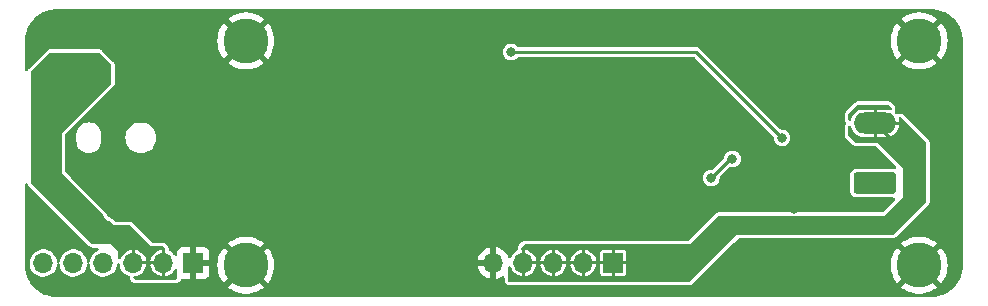
<source format=gbr>
%TF.GenerationSoftware,KiCad,Pcbnew,(6.0.1)*%
%TF.CreationDate,2022-06-13T19:43:20+02:00*%
%TF.ProjectId,Buck IRS25411,4275636b-2049-4525-9332-353431312e6b,rev?*%
%TF.SameCoordinates,Original*%
%TF.FileFunction,Copper,L2,Bot*%
%TF.FilePolarity,Positive*%
%FSLAX46Y46*%
G04 Gerber Fmt 4.6, Leading zero omitted, Abs format (unit mm)*
G04 Created by KiCad (PCBNEW (6.0.1)) date 2022-06-13 19:43:20*
%MOMM*%
%LPD*%
G01*
G04 APERTURE LIST*
G04 Aperture macros list*
%AMRoundRect*
0 Rectangle with rounded corners*
0 $1 Rounding radius*
0 $2 $3 $4 $5 $6 $7 $8 $9 X,Y pos of 4 corners*
0 Add a 4 corners polygon primitive as box body*
4,1,4,$2,$3,$4,$5,$6,$7,$8,$9,$2,$3,0*
0 Add four circle primitives for the rounded corners*
1,1,$1+$1,$2,$3*
1,1,$1+$1,$4,$5*
1,1,$1+$1,$6,$7*
1,1,$1+$1,$8,$9*
0 Add four rect primitives between the rounded corners*
20,1,$1+$1,$2,$3,$4,$5,0*
20,1,$1+$1,$4,$5,$6,$7,0*
20,1,$1+$1,$6,$7,$8,$9,0*
20,1,$1+$1,$8,$9,$2,$3,0*%
G04 Aperture macros list end*
%TA.AperFunction,ConnectorPad*%
%ADD10C,3.800000*%
%TD*%
%TA.AperFunction,ComponentPad*%
%ADD11C,2.600000*%
%TD*%
%TA.AperFunction,ComponentPad*%
%ADD12R,1.700000X1.700000*%
%TD*%
%TA.AperFunction,ComponentPad*%
%ADD13O,1.700000X1.700000*%
%TD*%
%TA.AperFunction,ComponentPad*%
%ADD14RoundRect,0.250000X1.550000X-0.650000X1.550000X0.650000X-1.550000X0.650000X-1.550000X-0.650000X0*%
%TD*%
%TA.AperFunction,ComponentPad*%
%ADD15O,3.600000X1.800000*%
%TD*%
%TA.AperFunction,ViaPad*%
%ADD16C,0.800000*%
%TD*%
%TA.AperFunction,Conductor*%
%ADD17C,0.250000*%
%TD*%
G04 APERTURE END LIST*
D10*
%TO.P,H4,1,1*%
%TO.N,GND*%
X165000000Y-92000000D03*
D11*
X165000000Y-92000000D03*
%TD*%
D10*
%TO.P,H3,1,1*%
%TO.N,GND*%
X165000000Y-111000000D03*
D11*
X165000000Y-111000000D03*
%TD*%
D10*
%TO.P,H2,1,1*%
%TO.N,GND*%
X108000000Y-111000000D03*
D11*
X108000000Y-111000000D03*
%TD*%
D10*
%TO.P,H1,1,1*%
%TO.N,GND*%
X108000000Y-92000000D03*
D11*
X108000000Y-92000000D03*
%TD*%
D12*
%TO.P,J3,1,Pin_1*%
%TO.N,GND*%
X103550000Y-110800000D03*
D13*
%TO.P,J3,2,Pin_2*%
%TO.N,+VDC*%
X101010000Y-110800000D03*
%TO.P,J3,3,Pin_3*%
X98470000Y-110800000D03*
%TO.P,J3,4,Pin_4*%
%TO.N,unconnected-(J3-Pad4)*%
X95930000Y-110800000D03*
%TO.P,J3,5,Pin_5*%
%TO.N,unconnected-(J3-Pad5)*%
X93390000Y-110800000D03*
%TO.P,J3,6,Pin_6*%
%TO.N,/RC*%
X90850000Y-110800000D03*
%TD*%
D12*
%TO.P,J2,1,Pin_1*%
%TO.N,/Uout*%
X139110000Y-110800000D03*
D13*
%TO.P,J2,2,Pin_2*%
X136570000Y-110800000D03*
%TO.P,J2,3,Pin_3*%
X134030000Y-110800000D03*
%TO.P,J2,4,Pin_4*%
X131490000Y-110800000D03*
%TO.P,J2,5,Pin_5*%
%TO.N,GND*%
X128950000Y-110800000D03*
%TD*%
D14*
%TO.P,J4,1,Pin_1*%
%TO.N,Net-(J4-Pad1)*%
X161267500Y-104042500D03*
D15*
%TO.P,J4,2,Pin_2*%
%TO.N,/Uout*%
X161267500Y-98962500D03*
%TD*%
D16*
%TO.N,+VDC*%
X92600000Y-95800000D03*
X92600000Y-94800000D03*
X92600000Y-93800000D03*
%TO.N,GND*%
X136600000Y-107800000D03*
X147400000Y-112000000D03*
X154000000Y-110800000D03*
X154400000Y-106200000D03*
%TO.N,/Uout*%
X149800000Y-107600000D03*
%TO.N,Net-(Q3-Pad1)*%
X147400000Y-103600000D03*
X149200000Y-102000000D03*
%TO.N,GND*%
X153031450Y-105231450D03*
%TO.N,+VDC*%
X153400000Y-100200000D03*
X130450000Y-92950000D03*
%TO.N,GND*%
X159200000Y-90600000D03*
X159200000Y-93000000D03*
X159200000Y-95400000D03*
X148600000Y-90400000D03*
X98600000Y-104800000D03*
X97600000Y-104800000D03*
X96600000Y-104800000D03*
X98600000Y-106600000D03*
X97600000Y-106600000D03*
X96600000Y-106600000D03*
X119600000Y-90800000D03*
X125200000Y-100800000D03*
X125200000Y-101800000D03*
X125200000Y-102800000D03*
X125200000Y-103800000D03*
X123600000Y-112800000D03*
X112400000Y-110800000D03*
X105200000Y-107400000D03*
X103400000Y-90600000D03*
%TD*%
D17*
%TO.N,/Uout*%
X162600000Y-107600000D02*
X149800000Y-107600000D01*
X163000000Y-107200000D02*
X162600000Y-107600000D01*
X165000000Y-105200000D02*
X163000000Y-107200000D01*
X165000000Y-102695000D02*
X165000000Y-103000000D01*
X165000000Y-103000000D02*
X165000000Y-105200000D01*
X161267500Y-98962500D02*
X165000000Y-102695000D01*
%TO.N,Net-(Q3-Pad1)*%
X149000000Y-102000000D02*
X147400000Y-103600000D01*
X149200000Y-102000000D02*
X149000000Y-102000000D01*
%TO.N,+VDC*%
X146150000Y-92950000D02*
X153400000Y-100200000D01*
X130450000Y-92950000D02*
X146150000Y-92950000D01*
%TD*%
%TA.AperFunction,Conductor*%
%TO.N,GND*%
G36*
X165984608Y-89301914D02*
G01*
X166000000Y-89304628D01*
X166010855Y-89302714D01*
X166021361Y-89302714D01*
X166034476Y-89301936D01*
X166295243Y-89316580D01*
X166309275Y-89318161D01*
X166451555Y-89342336D01*
X166593830Y-89366510D01*
X166607605Y-89369654D01*
X166884955Y-89449557D01*
X166898292Y-89454224D01*
X167062003Y-89522035D01*
X167164953Y-89564678D01*
X167177676Y-89570805D01*
X167329009Y-89654444D01*
X167430294Y-89710423D01*
X167442257Y-89717940D01*
X167677648Y-89884958D01*
X167688696Y-89893768D01*
X167903912Y-90086097D01*
X167913903Y-90096088D01*
X168106232Y-90311304D01*
X168115042Y-90322352D01*
X168282060Y-90557743D01*
X168289577Y-90569706D01*
X168429193Y-90822320D01*
X168435324Y-90835051D01*
X168545776Y-91101708D01*
X168550443Y-91115045D01*
X168630346Y-91392395D01*
X168633490Y-91406170D01*
X168671727Y-91631210D01*
X168681838Y-91690720D01*
X168683420Y-91704761D01*
X168698064Y-91965522D01*
X168697286Y-91978639D01*
X168697286Y-91989145D01*
X168695372Y-92000000D01*
X168697286Y-92010855D01*
X168698086Y-92015392D01*
X168700000Y-92037271D01*
X168700000Y-110962729D01*
X168698086Y-110984608D01*
X168695372Y-111000000D01*
X168697286Y-111010855D01*
X168697286Y-111021361D01*
X168698064Y-111034476D01*
X168683420Y-111295239D01*
X168681839Y-111309275D01*
X168663230Y-111418794D01*
X168633490Y-111593830D01*
X168630346Y-111607605D01*
X168550443Y-111884955D01*
X168545776Y-111898292D01*
X168513031Y-111977347D01*
X168438203Y-112157999D01*
X168435324Y-112164949D01*
X168429195Y-112177676D01*
X168383543Y-112260277D01*
X168289577Y-112430294D01*
X168282060Y-112442257D01*
X168235307Y-112508150D01*
X168120833Y-112669487D01*
X168115042Y-112677648D01*
X168106232Y-112688696D01*
X167913903Y-112903912D01*
X167903912Y-112913903D01*
X167688696Y-113106232D01*
X167677648Y-113115042D01*
X167442257Y-113282060D01*
X167430294Y-113289577D01*
X167329009Y-113345556D01*
X167177676Y-113429195D01*
X167164953Y-113435322D01*
X167062003Y-113477965D01*
X166898292Y-113545776D01*
X166884955Y-113550443D01*
X166607605Y-113630346D01*
X166593830Y-113633490D01*
X166451555Y-113657664D01*
X166309275Y-113681839D01*
X166295243Y-113683420D01*
X166034476Y-113698064D01*
X166021361Y-113697286D01*
X166010855Y-113697286D01*
X166000000Y-113695372D01*
X165989145Y-113697286D01*
X165984608Y-113698086D01*
X165962729Y-113700000D01*
X92037271Y-113700000D01*
X92015392Y-113698086D01*
X92010855Y-113697286D01*
X92000000Y-113695372D01*
X91989145Y-113697286D01*
X91978639Y-113697286D01*
X91965524Y-113698064D01*
X91704757Y-113683420D01*
X91690725Y-113681839D01*
X91548445Y-113657664D01*
X91406170Y-113633490D01*
X91392395Y-113630346D01*
X91115045Y-113550443D01*
X91101708Y-113545776D01*
X90937997Y-113477965D01*
X90835047Y-113435322D01*
X90822324Y-113429195D01*
X90670991Y-113345556D01*
X90569706Y-113289577D01*
X90557743Y-113282060D01*
X90322352Y-113115042D01*
X90311304Y-113106232D01*
X90096088Y-112913903D01*
X90086097Y-112903912D01*
X90059718Y-112874394D01*
X106490314Y-112874394D01*
X106499143Y-112886014D01*
X106703970Y-113034830D01*
X106710650Y-113039070D01*
X106969234Y-113181228D01*
X106976369Y-113184585D01*
X107250746Y-113293219D01*
X107258237Y-113295653D01*
X107544059Y-113369039D01*
X107551830Y-113370521D01*
X107844570Y-113407503D01*
X107852460Y-113408000D01*
X108147540Y-113408000D01*
X108155430Y-113407503D01*
X108448170Y-113370521D01*
X108455941Y-113369039D01*
X108741763Y-113295653D01*
X108749254Y-113293219D01*
X109023631Y-113184585D01*
X109030766Y-113181228D01*
X109289350Y-113039070D01*
X109296030Y-113034830D01*
X109501230Y-112885744D01*
X109509653Y-112874821D01*
X109509424Y-112874394D01*
X163490314Y-112874394D01*
X163499143Y-112886014D01*
X163703970Y-113034830D01*
X163710650Y-113039070D01*
X163969234Y-113181228D01*
X163976369Y-113184585D01*
X164250746Y-113293219D01*
X164258237Y-113295653D01*
X164544059Y-113369039D01*
X164551830Y-113370521D01*
X164844570Y-113407503D01*
X164852460Y-113408000D01*
X165147540Y-113408000D01*
X165155430Y-113407503D01*
X165448170Y-113370521D01*
X165455941Y-113369039D01*
X165741763Y-113295653D01*
X165749254Y-113293219D01*
X166023631Y-113184585D01*
X166030766Y-113181228D01*
X166289350Y-113039070D01*
X166296030Y-113034830D01*
X166501230Y-112885744D01*
X166509653Y-112874821D01*
X166502749Y-112861960D01*
X165012810Y-111372020D01*
X164998869Y-111364408D01*
X164997034Y-111364539D01*
X164990420Y-111368790D01*
X163496927Y-112862284D01*
X163490314Y-112874394D01*
X109509424Y-112874394D01*
X109502749Y-112861960D01*
X108012810Y-111372020D01*
X107998869Y-111364408D01*
X107997034Y-111364539D01*
X107990420Y-111368790D01*
X106496927Y-112862284D01*
X106490314Y-112874394D01*
X90059718Y-112874394D01*
X89893768Y-112688696D01*
X89884958Y-112677648D01*
X89879168Y-112669487D01*
X89764693Y-112508150D01*
X89717940Y-112442257D01*
X89710423Y-112430294D01*
X89616457Y-112260277D01*
X89570805Y-112177676D01*
X89564676Y-112164949D01*
X89561798Y-112157999D01*
X89486969Y-111977347D01*
X89454224Y-111898292D01*
X89449557Y-111884955D01*
X89369654Y-111607605D01*
X89366510Y-111593830D01*
X89336770Y-111418794D01*
X89318161Y-111309275D01*
X89316580Y-111295239D01*
X89301936Y-111034476D01*
X89302714Y-111021361D01*
X89302714Y-111010855D01*
X89304628Y-111000000D01*
X89301914Y-110984608D01*
X89300000Y-110962729D01*
X89300000Y-104171717D01*
X89320002Y-104103596D01*
X89373658Y-104057103D01*
X89443932Y-104046999D01*
X89508512Y-104076493D01*
X89539160Y-104118599D01*
X89539577Y-104118371D01*
X89539702Y-104118599D01*
X89542544Y-104123804D01*
X89567812Y-104170077D01*
X89573603Y-104180683D01*
X89576298Y-104184283D01*
X89622076Y-104245435D01*
X89622080Y-104245440D01*
X89624773Y-104249037D01*
X94750963Y-109375227D01*
X94774847Y-109396682D01*
X94795821Y-109413585D01*
X94850141Y-109442000D01*
X94884773Y-109460116D01*
X94899550Y-109467846D01*
X94905488Y-109469589D01*
X94905489Y-109469590D01*
X94955519Y-109484280D01*
X94967671Y-109487848D01*
X94972111Y-109488486D01*
X94972114Y-109488487D01*
X95047744Y-109499361D01*
X95047747Y-109499361D01*
X95052190Y-109500000D01*
X95423971Y-109500000D01*
X95492092Y-109520002D01*
X95538585Y-109573658D01*
X95548689Y-109643932D01*
X95519195Y-109708512D01*
X95467582Y-109744212D01*
X95432575Y-109757127D01*
X95427614Y-109760079D01*
X95427613Y-109760079D01*
X95280421Y-109847649D01*
X95250856Y-109865238D01*
X95091881Y-110004655D01*
X94960976Y-110170708D01*
X94958287Y-110175819D01*
X94958285Y-110175822D01*
X94908400Y-110270638D01*
X94862523Y-110357836D01*
X94799820Y-110559773D01*
X94799141Y-110565510D01*
X94785088Y-110684239D01*
X94757217Y-110749537D01*
X94698469Y-110789401D01*
X94627494Y-110791174D01*
X94566828Y-110754295D01*
X94535730Y-110690471D01*
X94534490Y-110680958D01*
X94526610Y-110595197D01*
X94526081Y-110589440D01*
X94513359Y-110544329D01*
X94508690Y-110527775D01*
X94468686Y-110385931D01*
X94459692Y-110367692D01*
X94377719Y-110201469D01*
X94375165Y-110196290D01*
X94248651Y-110026867D01*
X94117171Y-109905328D01*
X94097622Y-109887257D01*
X94097620Y-109887255D01*
X94093381Y-109883337D01*
X93914554Y-109770505D01*
X93718160Y-109692152D01*
X93712503Y-109691027D01*
X93712497Y-109691025D01*
X93516442Y-109652028D01*
X93516440Y-109652028D01*
X93510775Y-109650901D01*
X93505000Y-109650825D01*
X93504996Y-109650825D01*
X93398976Y-109649437D01*
X93299346Y-109648133D01*
X93293649Y-109649112D01*
X93293648Y-109649112D01*
X93096650Y-109682962D01*
X93096649Y-109682962D01*
X93090953Y-109683941D01*
X92892575Y-109757127D01*
X92887614Y-109760079D01*
X92887613Y-109760079D01*
X92740421Y-109847649D01*
X92710856Y-109865238D01*
X92551881Y-110004655D01*
X92420976Y-110170708D01*
X92418287Y-110175819D01*
X92418285Y-110175822D01*
X92368400Y-110270638D01*
X92322523Y-110357836D01*
X92259820Y-110559773D01*
X92259141Y-110565510D01*
X92245088Y-110684239D01*
X92217217Y-110749537D01*
X92158469Y-110789401D01*
X92087494Y-110791174D01*
X92026828Y-110754295D01*
X91995730Y-110690471D01*
X91994490Y-110680958D01*
X91986610Y-110595197D01*
X91986081Y-110589440D01*
X91973359Y-110544329D01*
X91968690Y-110527775D01*
X91928686Y-110385931D01*
X91919692Y-110367692D01*
X91837719Y-110201469D01*
X91835165Y-110196290D01*
X91708651Y-110026867D01*
X91577171Y-109905328D01*
X91557622Y-109887257D01*
X91557620Y-109887255D01*
X91553381Y-109883337D01*
X91374554Y-109770505D01*
X91178160Y-109692152D01*
X91172503Y-109691027D01*
X91172497Y-109691025D01*
X90976442Y-109652028D01*
X90976440Y-109652028D01*
X90970775Y-109650901D01*
X90965000Y-109650825D01*
X90964996Y-109650825D01*
X90858976Y-109649437D01*
X90759346Y-109648133D01*
X90753649Y-109649112D01*
X90753648Y-109649112D01*
X90556650Y-109682962D01*
X90556649Y-109682962D01*
X90550953Y-109683941D01*
X90352575Y-109757127D01*
X90347614Y-109760079D01*
X90347613Y-109760079D01*
X90200421Y-109847649D01*
X90170856Y-109865238D01*
X90011881Y-110004655D01*
X89880976Y-110170708D01*
X89878287Y-110175819D01*
X89878285Y-110175822D01*
X89828400Y-110270638D01*
X89782523Y-110357836D01*
X89719820Y-110559773D01*
X89694967Y-110769754D01*
X89708796Y-110980749D01*
X89710217Y-110986345D01*
X89710218Y-110986350D01*
X89732000Y-111072115D01*
X89760845Y-111185690D01*
X89849369Y-111377714D01*
X89971405Y-111550391D01*
X90122865Y-111697937D01*
X90127661Y-111701142D01*
X90127664Y-111701144D01*
X90227132Y-111767606D01*
X90298677Y-111815411D01*
X90303985Y-111817692D01*
X90303986Y-111817692D01*
X90487650Y-111896600D01*
X90487653Y-111896601D01*
X90492953Y-111898878D01*
X90498582Y-111900152D01*
X90498583Y-111900152D01*
X90693550Y-111944269D01*
X90693553Y-111944269D01*
X90699186Y-111945544D01*
X90704957Y-111945771D01*
X90704959Y-111945771D01*
X90766989Y-111948208D01*
X90910470Y-111953846D01*
X90916179Y-111953018D01*
X90916183Y-111953018D01*
X91114015Y-111924333D01*
X91114019Y-111924332D01*
X91119730Y-111923504D01*
X91192276Y-111898878D01*
X91314483Y-111857395D01*
X91314488Y-111857393D01*
X91319955Y-111855537D01*
X91324998Y-111852713D01*
X91499395Y-111755046D01*
X91499399Y-111755043D01*
X91504442Y-111752219D01*
X91667012Y-111617012D01*
X91802219Y-111454442D01*
X91805043Y-111449399D01*
X91805046Y-111449395D01*
X91902713Y-111274998D01*
X91902714Y-111274996D01*
X91905537Y-111269955D01*
X91907393Y-111264488D01*
X91907395Y-111264483D01*
X91954472Y-111125798D01*
X91973504Y-111069730D01*
X91974333Y-111064015D01*
X91995090Y-110920860D01*
X92024660Y-110856315D01*
X92084432Y-110818003D01*
X92155429Y-110818087D01*
X92215109Y-110856542D01*
X92244525Y-110921158D01*
X92245515Y-110930695D01*
X92248796Y-110980749D01*
X92250217Y-110986345D01*
X92250218Y-110986350D01*
X92272000Y-111072115D01*
X92300845Y-111185690D01*
X92389369Y-111377714D01*
X92511405Y-111550391D01*
X92662865Y-111697937D01*
X92667661Y-111701142D01*
X92667664Y-111701144D01*
X92767132Y-111767606D01*
X92838677Y-111815411D01*
X92843985Y-111817692D01*
X92843986Y-111817692D01*
X93027650Y-111896600D01*
X93027653Y-111896601D01*
X93032953Y-111898878D01*
X93038582Y-111900152D01*
X93038583Y-111900152D01*
X93233550Y-111944269D01*
X93233553Y-111944269D01*
X93239186Y-111945544D01*
X93244957Y-111945771D01*
X93244959Y-111945771D01*
X93306989Y-111948208D01*
X93450470Y-111953846D01*
X93456179Y-111953018D01*
X93456183Y-111953018D01*
X93654015Y-111924333D01*
X93654019Y-111924332D01*
X93659730Y-111923504D01*
X93732276Y-111898878D01*
X93854483Y-111857395D01*
X93854488Y-111857393D01*
X93859955Y-111855537D01*
X93864998Y-111852713D01*
X94039395Y-111755046D01*
X94039399Y-111755043D01*
X94044442Y-111752219D01*
X94207012Y-111617012D01*
X94342219Y-111454442D01*
X94345043Y-111449399D01*
X94345046Y-111449395D01*
X94442713Y-111274998D01*
X94442714Y-111274996D01*
X94445537Y-111269955D01*
X94447393Y-111264488D01*
X94447395Y-111264483D01*
X94494472Y-111125798D01*
X94513504Y-111069730D01*
X94514333Y-111064015D01*
X94535090Y-110920860D01*
X94564660Y-110856315D01*
X94624432Y-110818003D01*
X94695429Y-110818087D01*
X94755109Y-110856542D01*
X94784525Y-110921158D01*
X94785515Y-110930695D01*
X94788796Y-110980749D01*
X94790217Y-110986345D01*
X94790218Y-110986350D01*
X94812000Y-111072115D01*
X94840845Y-111185690D01*
X94929369Y-111377714D01*
X95051405Y-111550391D01*
X95202865Y-111697937D01*
X95207661Y-111701142D01*
X95207664Y-111701144D01*
X95307132Y-111767606D01*
X95378677Y-111815411D01*
X95383985Y-111817692D01*
X95383986Y-111817692D01*
X95567650Y-111896600D01*
X95567653Y-111896601D01*
X95572953Y-111898878D01*
X95578582Y-111900152D01*
X95578583Y-111900152D01*
X95773550Y-111944269D01*
X95773553Y-111944269D01*
X95779186Y-111945544D01*
X95784957Y-111945771D01*
X95784959Y-111945771D01*
X95846989Y-111948208D01*
X95990470Y-111953846D01*
X95996179Y-111953018D01*
X95996183Y-111953018D01*
X96194015Y-111924333D01*
X96194019Y-111924332D01*
X96199730Y-111923504D01*
X96272276Y-111898878D01*
X96394483Y-111857395D01*
X96394488Y-111857393D01*
X96399955Y-111855537D01*
X96404998Y-111852713D01*
X96579395Y-111755046D01*
X96579399Y-111755043D01*
X96584442Y-111752219D01*
X96747012Y-111617012D01*
X96882219Y-111454442D01*
X96885043Y-111449399D01*
X96885046Y-111449395D01*
X96982713Y-111274998D01*
X96982714Y-111274996D01*
X96985537Y-111269955D01*
X96987393Y-111264488D01*
X96987395Y-111264483D01*
X97034472Y-111125798D01*
X97053504Y-111069730D01*
X97054333Y-111064015D01*
X97075090Y-110920860D01*
X97104660Y-110856315D01*
X97164432Y-110818003D01*
X97235429Y-110818087D01*
X97295109Y-110856542D01*
X97324525Y-110921158D01*
X97325515Y-110930695D01*
X97328796Y-110980749D01*
X97330217Y-110986345D01*
X97330218Y-110986350D01*
X97352000Y-111072115D01*
X97380845Y-111185690D01*
X97469369Y-111377714D01*
X97591405Y-111550391D01*
X97742865Y-111697937D01*
X97747661Y-111701142D01*
X97747664Y-111701144D01*
X97847132Y-111767606D01*
X97918677Y-111815411D01*
X97923980Y-111817690D01*
X97923985Y-111817692D01*
X98005500Y-111852713D01*
X98104357Y-111895185D01*
X98159049Y-111940452D01*
X98180587Y-112008103D01*
X98180298Y-112019940D01*
X98179637Y-112029184D01*
X98181413Y-112089541D01*
X98184206Y-112098111D01*
X98184206Y-112098113D01*
X98203176Y-112156328D01*
X98215571Y-112194365D01*
X98249597Y-112256677D01*
X98252292Y-112260277D01*
X98298070Y-112321429D01*
X98298074Y-112321434D01*
X98300767Y-112325031D01*
X98350963Y-112375227D01*
X98374847Y-112396682D01*
X98395821Y-112413585D01*
X98499550Y-112467846D01*
X98505488Y-112469589D01*
X98505489Y-112469590D01*
X98544992Y-112481189D01*
X98567671Y-112487848D01*
X98572111Y-112488486D01*
X98572114Y-112488487D01*
X98647744Y-112499361D01*
X98647747Y-112499361D01*
X98652190Y-112500000D01*
X102074000Y-112500000D01*
X102137768Y-112493144D01*
X102141052Y-112492430D01*
X102141056Y-112492429D01*
X102162114Y-112487848D01*
X102190110Y-112481758D01*
X102227631Y-112470998D01*
X102286642Y-112436486D01*
X102317779Y-112418276D01*
X102317783Y-112418273D01*
X102322800Y-112415339D01*
X102376456Y-112368846D01*
X102417876Y-112324916D01*
X102467846Y-112226640D01*
X102468558Y-112227002D01*
X102509375Y-112174797D01*
X102576401Y-112151388D01*
X102596358Y-112151965D01*
X102648514Y-112157631D01*
X102655328Y-112158000D01*
X103277885Y-112158000D01*
X103293124Y-112153525D01*
X103294329Y-112152135D01*
X103296000Y-112144452D01*
X103296000Y-112139884D01*
X103804000Y-112139884D01*
X103808475Y-112155123D01*
X103809865Y-112156328D01*
X103817548Y-112157999D01*
X104444669Y-112157999D01*
X104451490Y-112157629D01*
X104502352Y-112152105D01*
X104517604Y-112148479D01*
X104638054Y-112103324D01*
X104653649Y-112094786D01*
X104755724Y-112018285D01*
X104768285Y-112005724D01*
X104844786Y-111903649D01*
X104853324Y-111888054D01*
X104898478Y-111767606D01*
X104902105Y-111752351D01*
X104907631Y-111701486D01*
X104908000Y-111694672D01*
X104908000Y-111072115D01*
X104903525Y-111056876D01*
X104902135Y-111055671D01*
X104894452Y-111054000D01*
X103822115Y-111054000D01*
X103806876Y-111058475D01*
X103805671Y-111059865D01*
X103804000Y-111067548D01*
X103804000Y-112139884D01*
X103296000Y-112139884D01*
X103296000Y-111003958D01*
X105587488Y-111003958D01*
X105606015Y-111298436D01*
X105607008Y-111306297D01*
X105662296Y-111596128D01*
X105664267Y-111603805D01*
X105755446Y-111884424D01*
X105758361Y-111891787D01*
X105883993Y-112158770D01*
X105887805Y-112165703D01*
X106045909Y-112414835D01*
X106050563Y-112421241D01*
X106115521Y-112499761D01*
X106128040Y-112508217D01*
X106138778Y-112502011D01*
X107627980Y-111012810D01*
X107634357Y-111001131D01*
X108364408Y-111001131D01*
X108364539Y-111002966D01*
X108368790Y-111009580D01*
X109860119Y-112500908D01*
X109873381Y-112508150D01*
X109883485Y-112500962D01*
X109949437Y-112421241D01*
X109954091Y-112414835D01*
X110112195Y-112165703D01*
X110116007Y-112158770D01*
X110241639Y-111891787D01*
X110244554Y-111884424D01*
X110335733Y-111603805D01*
X110337704Y-111596128D01*
X110392992Y-111306297D01*
X110393985Y-111298436D01*
X110408485Y-111067966D01*
X127618257Y-111067966D01*
X127648565Y-111202446D01*
X127651645Y-111212275D01*
X127731770Y-111409603D01*
X127736413Y-111418794D01*
X127847694Y-111600388D01*
X127853777Y-111608699D01*
X127993213Y-111769667D01*
X128000580Y-111776883D01*
X128164434Y-111912916D01*
X128172881Y-111918831D01*
X128356756Y-112026279D01*
X128366042Y-112030729D01*
X128565001Y-112106703D01*
X128574899Y-112109579D01*
X128678250Y-112130606D01*
X128692299Y-112129410D01*
X128696000Y-112119065D01*
X128696000Y-112118517D01*
X129204000Y-112118517D01*
X129208064Y-112132359D01*
X129221478Y-112134393D01*
X129228184Y-112133534D01*
X129238262Y-112131392D01*
X129442255Y-112070191D01*
X129451842Y-112066433D01*
X129643095Y-111972739D01*
X129651945Y-111967464D01*
X129700832Y-111932593D01*
X129767905Y-111909319D01*
X129836914Y-111926003D01*
X129885948Y-111977347D01*
X129900000Y-112035172D01*
X129900000Y-112274000D01*
X129906856Y-112337768D01*
X129907570Y-112341052D01*
X129907571Y-112341056D01*
X129911633Y-112359729D01*
X129918242Y-112390110D01*
X129929002Y-112427631D01*
X129932979Y-112434431D01*
X129972503Y-112502011D01*
X129984661Y-112522800D01*
X130031154Y-112576456D01*
X130075084Y-112617876D01*
X130173360Y-112667846D01*
X130178946Y-112669486D01*
X130178948Y-112669487D01*
X130226407Y-112683422D01*
X130241481Y-112687848D01*
X130245921Y-112688486D01*
X130245924Y-112688487D01*
X130321554Y-112699361D01*
X130321557Y-112699361D01*
X130326000Y-112700000D01*
X145547810Y-112700000D01*
X145549466Y-112699911D01*
X145549476Y-112699911D01*
X145572147Y-112698696D01*
X145579873Y-112698282D01*
X145581544Y-112698102D01*
X145581561Y-112698101D01*
X145595515Y-112696601D01*
X145606656Y-112695403D01*
X145718371Y-112660423D01*
X145723803Y-112657457D01*
X145723805Y-112657456D01*
X145776735Y-112628553D01*
X145776737Y-112628552D01*
X145780683Y-112626397D01*
X145800326Y-112611692D01*
X145845435Y-112577924D01*
X145845440Y-112577920D01*
X145849037Y-112575227D01*
X147420306Y-111003958D01*
X162587488Y-111003958D01*
X162606015Y-111298436D01*
X162607008Y-111306297D01*
X162662296Y-111596128D01*
X162664267Y-111603805D01*
X162755446Y-111884424D01*
X162758361Y-111891787D01*
X162883993Y-112158770D01*
X162887805Y-112165703D01*
X163045909Y-112414835D01*
X163050563Y-112421241D01*
X163115521Y-112499761D01*
X163128040Y-112508217D01*
X163138778Y-112502011D01*
X164627980Y-111012810D01*
X164634357Y-111001131D01*
X165364408Y-111001131D01*
X165364539Y-111002966D01*
X165368790Y-111009580D01*
X166860119Y-112500908D01*
X166873381Y-112508150D01*
X166883485Y-112500962D01*
X166949437Y-112421241D01*
X166954091Y-112414835D01*
X167112195Y-112165703D01*
X167116007Y-112158770D01*
X167241639Y-111891787D01*
X167244554Y-111884424D01*
X167335733Y-111603805D01*
X167337704Y-111596128D01*
X167392992Y-111306297D01*
X167393985Y-111298436D01*
X167412512Y-111003958D01*
X167412512Y-110996042D01*
X167393985Y-110701564D01*
X167392992Y-110693703D01*
X167337704Y-110403872D01*
X167335733Y-110396195D01*
X167244554Y-110115576D01*
X167241639Y-110108213D01*
X167116007Y-109841230D01*
X167112195Y-109834297D01*
X166954091Y-109585165D01*
X166949437Y-109578759D01*
X166884479Y-109500239D01*
X166871960Y-109491783D01*
X166861222Y-109497989D01*
X165372020Y-110987190D01*
X165364408Y-111001131D01*
X164634357Y-111001131D01*
X164635592Y-110998869D01*
X164635461Y-110997034D01*
X164631210Y-110990420D01*
X163139881Y-109499092D01*
X163126619Y-109491850D01*
X163116515Y-109499038D01*
X163050563Y-109578759D01*
X163045909Y-109585165D01*
X162887805Y-109834297D01*
X162883993Y-109841230D01*
X162758361Y-110108213D01*
X162755446Y-110115576D01*
X162664267Y-110396195D01*
X162662296Y-110403872D01*
X162607008Y-110693703D01*
X162606015Y-110701564D01*
X162587488Y-110996042D01*
X162587488Y-111003958D01*
X147420306Y-111003958D01*
X149299085Y-109125179D01*
X163490347Y-109125179D01*
X163497251Y-109138040D01*
X164471013Y-110111803D01*
X164987190Y-110627980D01*
X165001131Y-110635592D01*
X165002966Y-110635461D01*
X165009580Y-110631210D01*
X166503073Y-109137716D01*
X166509686Y-109125606D01*
X166500857Y-109113986D01*
X166296030Y-108965170D01*
X166289350Y-108960930D01*
X166030766Y-108818772D01*
X166023631Y-108815415D01*
X165749254Y-108706781D01*
X165741763Y-108704347D01*
X165455941Y-108630961D01*
X165448170Y-108629479D01*
X165155430Y-108592497D01*
X165147540Y-108592000D01*
X164852460Y-108592000D01*
X164844570Y-108592497D01*
X164551830Y-108629479D01*
X164544059Y-108630961D01*
X164258237Y-108704347D01*
X164250746Y-108706781D01*
X163976369Y-108815415D01*
X163969234Y-108818772D01*
X163710650Y-108960930D01*
X163703970Y-108965170D01*
X163498770Y-109114256D01*
X163490347Y-109125179D01*
X149299085Y-109125179D01*
X149687359Y-108736905D01*
X149749671Y-108702879D01*
X149776454Y-108700000D01*
X162747810Y-108700000D01*
X162749466Y-108699911D01*
X162749476Y-108699911D01*
X162772147Y-108698696D01*
X162779873Y-108698282D01*
X162781544Y-108698102D01*
X162781561Y-108698101D01*
X162795515Y-108696601D01*
X162806656Y-108695403D01*
X162918371Y-108660423D01*
X162923803Y-108657457D01*
X162923805Y-108657456D01*
X162976735Y-108628553D01*
X162976737Y-108628552D01*
X162980683Y-108626397D01*
X162987513Y-108621284D01*
X163045435Y-108577924D01*
X163045440Y-108577920D01*
X163049037Y-108575227D01*
X165775227Y-105849037D01*
X165796682Y-105825153D01*
X165813585Y-105804179D01*
X165867846Y-105700450D01*
X165887848Y-105632329D01*
X165900000Y-105547810D01*
X165900000Y-100652190D01*
X165899411Y-100641186D01*
X165898372Y-100621808D01*
X165898282Y-100620127D01*
X165895403Y-100593344D01*
X165860423Y-100481629D01*
X165833327Y-100432007D01*
X165828553Y-100423265D01*
X165828552Y-100423263D01*
X165826397Y-100419317D01*
X165782842Y-100361135D01*
X165777924Y-100354565D01*
X165777920Y-100354560D01*
X165775227Y-100350963D01*
X163685596Y-98261332D01*
X163646984Y-98230159D01*
X163638714Y-98223482D01*
X163638708Y-98223478D01*
X163636111Y-98221381D01*
X163591470Y-98192578D01*
X163557841Y-98173821D01*
X163550251Y-98171804D01*
X163550249Y-98171803D01*
X163494362Y-98156950D01*
X163451290Y-98145503D01*
X163445482Y-98145067D01*
X163445477Y-98145066D01*
X163383663Y-98140424D01*
X163383662Y-98140424D01*
X163380493Y-98140186D01*
X163377319Y-98140268D01*
X163377317Y-98140268D01*
X163329146Y-98141513D01*
X163329144Y-98141513D01*
X163320141Y-98141746D01*
X163303819Y-98147000D01*
X163220749Y-98173739D01*
X163220747Y-98173740D01*
X163215195Y-98175527D01*
X163210069Y-98178302D01*
X163210065Y-98178304D01*
X163208013Y-98179415D01*
X163206917Y-98179649D01*
X163204713Y-98180591D01*
X163204529Y-98180160D01*
X163138585Y-98194253D01*
X163072155Y-98169201D01*
X163053299Y-98151686D01*
X163001217Y-98092298D01*
X162997410Y-98087957D01*
X162992690Y-98084236D01*
X162988458Y-98080899D01*
X162947346Y-98023017D01*
X162944054Y-97952096D01*
X162950363Y-97933001D01*
X162953136Y-97926425D01*
X162957782Y-97918705D01*
X162985721Y-97812054D01*
X162990786Y-97741239D01*
X162989010Y-97680882D01*
X162954852Y-97576058D01*
X162920826Y-97513746D01*
X162915713Y-97506916D01*
X162872353Y-97448994D01*
X162872349Y-97448989D01*
X162869656Y-97445392D01*
X162649037Y-97224773D01*
X162625153Y-97203318D01*
X162604179Y-97186415D01*
X162520312Y-97142544D01*
X162505935Y-97135023D01*
X162505933Y-97135022D01*
X162500450Y-97132154D01*
X162494512Y-97130411D01*
X162494511Y-97130410D01*
X162436641Y-97113418D01*
X162436640Y-97113418D01*
X162432329Y-97112152D01*
X162427889Y-97111514D01*
X162427886Y-97111513D01*
X162352256Y-97100639D01*
X162352253Y-97100639D01*
X162347810Y-97100000D01*
X159852190Y-97100000D01*
X159850534Y-97100089D01*
X159850524Y-97100089D01*
X159827853Y-97101304D01*
X159820127Y-97101718D01*
X159818456Y-97101898D01*
X159818439Y-97101899D01*
X159804485Y-97103399D01*
X159793344Y-97104597D01*
X159681629Y-97139577D01*
X159676197Y-97142543D01*
X159676195Y-97142544D01*
X159623265Y-97171447D01*
X159619317Y-97173603D01*
X159615717Y-97176298D01*
X159554565Y-97222076D01*
X159554560Y-97222080D01*
X159550963Y-97224773D01*
X158824773Y-97950963D01*
X158803318Y-97974847D01*
X158786415Y-97995821D01*
X158783544Y-98001310D01*
X158735948Y-98092298D01*
X158732154Y-98099550D01*
X158730411Y-98105488D01*
X158730410Y-98105489D01*
X158713418Y-98163359D01*
X158712152Y-98167671D01*
X158711514Y-98172111D01*
X158711513Y-98172114D01*
X158703168Y-98230159D01*
X158700000Y-98252190D01*
X158700000Y-98642458D01*
X158700298Y-98655828D01*
X158700799Y-98667058D01*
X158721333Y-98763531D01*
X158723238Y-98768373D01*
X158723240Y-98768379D01*
X158746165Y-98826643D01*
X158747328Y-98829598D01*
X158774974Y-98883268D01*
X158781191Y-98889793D01*
X158784196Y-98894016D01*
X158807395Y-98961116D01*
X158790635Y-99030106D01*
X158787243Y-99035414D01*
X158782124Y-99040843D01*
X158778042Y-99048871D01*
X158778040Y-99048874D01*
X158739461Y-99124748D01*
X158732154Y-99139119D01*
X158730514Y-99144705D01*
X158730513Y-99144707D01*
X158715507Y-99195815D01*
X158712152Y-99207240D01*
X158700000Y-99291759D01*
X158700000Y-99947810D01*
X158701718Y-99979873D01*
X158704597Y-100006656D01*
X158739577Y-100118371D01*
X158773603Y-100180683D01*
X158776298Y-100184283D01*
X158822076Y-100245435D01*
X158822080Y-100245440D01*
X158824773Y-100249037D01*
X159350963Y-100775227D01*
X159374847Y-100796682D01*
X159395821Y-100813585D01*
X159455661Y-100844888D01*
X159469738Y-100852251D01*
X159499550Y-100867846D01*
X159505488Y-100869589D01*
X159505489Y-100869590D01*
X159563359Y-100886582D01*
X159567671Y-100887848D01*
X159572111Y-100888486D01*
X159572114Y-100888487D01*
X159647744Y-100899361D01*
X159647747Y-100899361D01*
X159652190Y-100900000D01*
X161223546Y-100900000D01*
X161291667Y-100920002D01*
X161312641Y-100936905D01*
X163008930Y-102633194D01*
X163042956Y-102695506D01*
X163037891Y-102766321D01*
X162995344Y-102823157D01*
X162928824Y-102847968D01*
X162904698Y-102847376D01*
X162889779Y-102845571D01*
X162860272Y-102842000D01*
X159674728Y-102842000D01*
X159584953Y-102852864D01*
X159577425Y-102855844D01*
X159577423Y-102855845D01*
X159508332Y-102883200D01*
X159444717Y-102908387D01*
X159324578Y-102999578D01*
X159233387Y-103119717D01*
X159177864Y-103259953D01*
X159167000Y-103349728D01*
X159167000Y-104735272D01*
X159177864Y-104825047D01*
X159233387Y-104965283D01*
X159324578Y-105085422D01*
X159444717Y-105176613D01*
X159508332Y-105201800D01*
X159577423Y-105229155D01*
X159577425Y-105229156D01*
X159584953Y-105232136D01*
X159674728Y-105243000D01*
X162828546Y-105243000D01*
X162896667Y-105263002D01*
X162943160Y-105316658D01*
X162953264Y-105386932D01*
X162923770Y-105451512D01*
X162917641Y-105458095D01*
X161912641Y-106463095D01*
X161850329Y-106497121D01*
X161823546Y-106500000D01*
X154693653Y-106500000D01*
X154660029Y-106503935D01*
X154628028Y-106507680D01*
X154628027Y-106507680D01*
X154624380Y-106508107D01*
X154620812Y-106508954D01*
X154620805Y-106508955D01*
X154571333Y-106520696D01*
X154571329Y-106520697D01*
X154567765Y-106521543D01*
X154564325Y-106522797D01*
X154564317Y-106522799D01*
X154547471Y-106528938D01*
X154532463Y-106533373D01*
X154513458Y-106537726D01*
X154452185Y-106551760D01*
X154422082Y-106554923D01*
X154399190Y-106554563D01*
X154366780Y-106554054D01*
X154336790Y-106549946D01*
X154254609Y-106528387D01*
X154251511Y-106527530D01*
X154205478Y-106514162D01*
X154202567Y-106513607D01*
X154202564Y-106513606D01*
X154162014Y-106505871D01*
X154159094Y-106505314D01*
X154102881Y-106500000D01*
X148052190Y-106500000D01*
X148050534Y-106500089D01*
X148050524Y-106500089D01*
X148027853Y-106501304D01*
X148020127Y-106501718D01*
X148018456Y-106501898D01*
X148018439Y-106501899D01*
X148004485Y-106503399D01*
X147993344Y-106504597D01*
X147881629Y-106539577D01*
X147876197Y-106542543D01*
X147876195Y-106542544D01*
X147853088Y-106555162D01*
X147819317Y-106573603D01*
X147815717Y-106576298D01*
X147754565Y-106622076D01*
X147754560Y-106622080D01*
X147750963Y-106624773D01*
X145512641Y-108863095D01*
X145450329Y-108897121D01*
X145423546Y-108900000D01*
X131657175Y-108900000D01*
X131654976Y-108900155D01*
X131654966Y-108900155D01*
X131617397Y-108902797D01*
X131617389Y-108902798D01*
X131615197Y-108902952D01*
X131613007Y-108903261D01*
X131613002Y-108903262D01*
X131581178Y-108907759D01*
X131581142Y-108907765D01*
X131580283Y-108907886D01*
X131579431Y-108908031D01*
X131579418Y-108908033D01*
X131575590Y-108908685D01*
X131563610Y-108910723D01*
X131461289Y-108951778D01*
X131401378Y-108989873D01*
X131336577Y-109045478D01*
X131102424Y-109313082D01*
X131065241Y-109366224D01*
X131063604Y-109369204D01*
X131063602Y-109369208D01*
X131060297Y-109375227D01*
X131039170Y-109413697D01*
X131038297Y-109415571D01*
X131038291Y-109415583D01*
X131027761Y-109438189D01*
X131022384Y-109449734D01*
X131002126Y-109558106D01*
X131002126Y-109629103D01*
X131004150Y-109649112D01*
X131005716Y-109664598D01*
X130992671Y-109734386D01*
X130944779Y-109785562D01*
X130815821Y-109862284D01*
X130810856Y-109865238D01*
X130651881Y-110004655D01*
X130520976Y-110170708D01*
X130518287Y-110175819D01*
X130518285Y-110175822D01*
X130444155Y-110316720D01*
X130394736Y-110367692D01*
X130325603Y-110383855D01*
X130258707Y-110360076D01*
X130217097Y-110308294D01*
X130152971Y-110160814D01*
X130148105Y-110151739D01*
X130032426Y-109972926D01*
X130026136Y-109964757D01*
X129882806Y-109807240D01*
X129875273Y-109800215D01*
X129708139Y-109668222D01*
X129699552Y-109662517D01*
X129513117Y-109559599D01*
X129503705Y-109555369D01*
X129302959Y-109484280D01*
X129292988Y-109481646D01*
X129221837Y-109468972D01*
X129208540Y-109470432D01*
X129204000Y-109484989D01*
X129204000Y-112118517D01*
X128696000Y-112118517D01*
X128696000Y-111072115D01*
X128691525Y-111056876D01*
X128690135Y-111055671D01*
X128682452Y-111054000D01*
X127633225Y-111054000D01*
X127619694Y-111057973D01*
X127618257Y-111067966D01*
X110408485Y-111067966D01*
X110412512Y-111003958D01*
X110412512Y-110996042D01*
X110393985Y-110701564D01*
X110392992Y-110693703D01*
X110362562Y-110534183D01*
X127614389Y-110534183D01*
X127615912Y-110542607D01*
X127628292Y-110546000D01*
X128677885Y-110546000D01*
X128693124Y-110541525D01*
X128694329Y-110540135D01*
X128696000Y-110532452D01*
X128696000Y-109483102D01*
X128692082Y-109469758D01*
X128677806Y-109467771D01*
X128639324Y-109473660D01*
X128629288Y-109476051D01*
X128426868Y-109542212D01*
X128417359Y-109546209D01*
X128228463Y-109644542D01*
X128219738Y-109650036D01*
X128049433Y-109777905D01*
X128041726Y-109784748D01*
X127894590Y-109938717D01*
X127888104Y-109946727D01*
X127768098Y-110122649D01*
X127763000Y-110131623D01*
X127673338Y-110324783D01*
X127669775Y-110334470D01*
X127614389Y-110534183D01*
X110362562Y-110534183D01*
X110337704Y-110403872D01*
X110335733Y-110396195D01*
X110244554Y-110115576D01*
X110241639Y-110108213D01*
X110116007Y-109841230D01*
X110112195Y-109834297D01*
X109954091Y-109585165D01*
X109949437Y-109578759D01*
X109884479Y-109500239D01*
X109871960Y-109491783D01*
X109861222Y-109497989D01*
X108372020Y-110987190D01*
X108364408Y-111001131D01*
X107634357Y-111001131D01*
X107635592Y-110998869D01*
X107635461Y-110997034D01*
X107631210Y-110990420D01*
X106139881Y-109499092D01*
X106126619Y-109491850D01*
X106116515Y-109499038D01*
X106050563Y-109578759D01*
X106045909Y-109585165D01*
X105887805Y-109834297D01*
X105883993Y-109841230D01*
X105758361Y-110108213D01*
X105755446Y-110115576D01*
X105664267Y-110396195D01*
X105662296Y-110403872D01*
X105607008Y-110693703D01*
X105606015Y-110701564D01*
X105587488Y-110996042D01*
X105587488Y-111003958D01*
X103296000Y-111003958D01*
X103296000Y-110527885D01*
X103804000Y-110527885D01*
X103808475Y-110543124D01*
X103809865Y-110544329D01*
X103817548Y-110546000D01*
X104889884Y-110546000D01*
X104905123Y-110541525D01*
X104906328Y-110540135D01*
X104907999Y-110532452D01*
X104907999Y-109905331D01*
X104907629Y-109898510D01*
X104902105Y-109847648D01*
X104898479Y-109832396D01*
X104853324Y-109711946D01*
X104844786Y-109696351D01*
X104768285Y-109594276D01*
X104755724Y-109581715D01*
X104653649Y-109505214D01*
X104638054Y-109496676D01*
X104517606Y-109451522D01*
X104502351Y-109447895D01*
X104451486Y-109442369D01*
X104444672Y-109442000D01*
X103822115Y-109442000D01*
X103806876Y-109446475D01*
X103805671Y-109447865D01*
X103804000Y-109455548D01*
X103804000Y-110527885D01*
X103296000Y-110527885D01*
X103296000Y-109460116D01*
X103291525Y-109444877D01*
X103290135Y-109443672D01*
X103282452Y-109442001D01*
X102655331Y-109442001D01*
X102648510Y-109442371D01*
X102597648Y-109447895D01*
X102582396Y-109451521D01*
X102461946Y-109496676D01*
X102446351Y-109505214D01*
X102344276Y-109581715D01*
X102331715Y-109594276D01*
X102255214Y-109696351D01*
X102246676Y-109711946D01*
X102201522Y-109832394D01*
X102197895Y-109847649D01*
X102192369Y-109898514D01*
X102192000Y-109905328D01*
X102192000Y-110080562D01*
X102171998Y-110148683D01*
X102118342Y-110195176D01*
X102048068Y-110205280D01*
X101983488Y-110175786D01*
X101965042Y-110155951D01*
X101940175Y-110122649D01*
X101868651Y-110026867D01*
X101737171Y-109905328D01*
X101717622Y-109887257D01*
X101717620Y-109887255D01*
X101713381Y-109883337D01*
X101534554Y-109770505D01*
X101530252Y-109768788D01*
X101478905Y-109720297D01*
X101462042Y-109647785D01*
X101464172Y-109618012D01*
X101464172Y-109618010D01*
X101464398Y-109614851D01*
X101463525Y-109585165D01*
X101462887Y-109563507D01*
X101462622Y-109554494D01*
X101451383Y-109520002D01*
X101430267Y-109455203D01*
X101428464Y-109449670D01*
X101408760Y-109413585D01*
X101396594Y-109391306D01*
X101396593Y-109391304D01*
X101394438Y-109387358D01*
X101376526Y-109363431D01*
X101345965Y-109322606D01*
X101345961Y-109322601D01*
X101343268Y-109319004D01*
X101249037Y-109224773D01*
X101225153Y-109203318D01*
X101204179Y-109186415D01*
X101100450Y-109132154D01*
X101094512Y-109130411D01*
X101094511Y-109130410D01*
X101076696Y-109125179D01*
X106490347Y-109125179D01*
X106497251Y-109138040D01*
X107471013Y-110111803D01*
X107987190Y-110627980D01*
X108001131Y-110635592D01*
X108002966Y-110635461D01*
X108009580Y-110631210D01*
X108528987Y-110111803D01*
X109503073Y-109137716D01*
X109509686Y-109125605D01*
X109500859Y-109113987D01*
X109296030Y-108965170D01*
X109289350Y-108960930D01*
X109030766Y-108818772D01*
X109023631Y-108815415D01*
X108749254Y-108706781D01*
X108741763Y-108704347D01*
X108455941Y-108630961D01*
X108448170Y-108629479D01*
X108155430Y-108592497D01*
X108147540Y-108592000D01*
X107852460Y-108592000D01*
X107844570Y-108592497D01*
X107551830Y-108629479D01*
X107544059Y-108630961D01*
X107258237Y-108704347D01*
X107250746Y-108706781D01*
X106976369Y-108815415D01*
X106969234Y-108818772D01*
X106710650Y-108960930D01*
X106703970Y-108965170D01*
X106498770Y-109114256D01*
X106490347Y-109125179D01*
X101076696Y-109125179D01*
X101036641Y-109113418D01*
X101036640Y-109113418D01*
X101032329Y-109112152D01*
X101027889Y-109111514D01*
X101027886Y-109111513D01*
X100952256Y-109100639D01*
X100952253Y-109100639D01*
X100947810Y-109100000D01*
X100176454Y-109100000D01*
X100108333Y-109079998D01*
X100087359Y-109063095D01*
X98449037Y-107424773D01*
X98425153Y-107403318D01*
X98404179Y-107386415D01*
X98300450Y-107332154D01*
X98294512Y-107330411D01*
X98294511Y-107330410D01*
X98236641Y-107313418D01*
X98236640Y-107313418D01*
X98232329Y-107312152D01*
X98227889Y-107311514D01*
X98227886Y-107311513D01*
X98152256Y-107300639D01*
X98152253Y-107300639D01*
X98147810Y-107300000D01*
X96976454Y-107300000D01*
X96908333Y-107279998D01*
X96887359Y-107263095D01*
X96669079Y-107044815D01*
X96606269Y-106996749D01*
X96549147Y-106963968D01*
X96475949Y-106933985D01*
X96475359Y-106933830D01*
X96457667Y-106926139D01*
X96406528Y-106898372D01*
X96381852Y-106880836D01*
X96340944Y-106843613D01*
X96321161Y-106820694D01*
X96290307Y-106774778D01*
X96276563Y-106747804D01*
X96253763Y-106685500D01*
X96224910Y-106627184D01*
X96195679Y-106581390D01*
X96191589Y-106576298D01*
X96157080Y-106533341D01*
X96154936Y-106530672D01*
X93216875Y-103592611D01*
X146694394Y-103592611D01*
X146712999Y-103761135D01*
X146771266Y-103920356D01*
X146775502Y-103926659D01*
X146775502Y-103926660D01*
X146788574Y-103946113D01*
X146865830Y-104061083D01*
X146871442Y-104066190D01*
X146871445Y-104066193D01*
X146985612Y-104170077D01*
X146985616Y-104170080D01*
X146991233Y-104175191D01*
X146997906Y-104178814D01*
X146997910Y-104178817D01*
X147133558Y-104252467D01*
X147133560Y-104252468D01*
X147140235Y-104256092D01*
X147147584Y-104258020D01*
X147296883Y-104297188D01*
X147296885Y-104297188D01*
X147304233Y-104299116D01*
X147390609Y-104300473D01*
X147466161Y-104301660D01*
X147466164Y-104301660D01*
X147473760Y-104301779D01*
X147481165Y-104300083D01*
X147481166Y-104300083D01*
X147541586Y-104286245D01*
X147639029Y-104263928D01*
X147790498Y-104187747D01*
X147919423Y-104077634D01*
X148018361Y-103939947D01*
X148026237Y-103920356D01*
X148078766Y-103789687D01*
X148078767Y-103789685D01*
X148081601Y-103782634D01*
X148105490Y-103614778D01*
X148105645Y-103600000D01*
X148104751Y-103592611D01*
X148101796Y-103568192D01*
X148113469Y-103498162D01*
X148137788Y-103463960D01*
X148893400Y-102708348D01*
X148955712Y-102674322D01*
X149014468Y-102675567D01*
X149096883Y-102697188D01*
X149096885Y-102697188D01*
X149104233Y-102699116D01*
X149190609Y-102700473D01*
X149266161Y-102701660D01*
X149266164Y-102701660D01*
X149273760Y-102701779D01*
X149281165Y-102700083D01*
X149281166Y-102700083D01*
X149341586Y-102686245D01*
X149439029Y-102663928D01*
X149590498Y-102587747D01*
X149719423Y-102477634D01*
X149818361Y-102339947D01*
X149881601Y-102182634D01*
X149905490Y-102014778D01*
X149905645Y-102000000D01*
X149885276Y-101831680D01*
X149825345Y-101673077D01*
X149729312Y-101533349D01*
X149717514Y-101522837D01*
X149608392Y-101425612D01*
X149608388Y-101425610D01*
X149602721Y-101420560D01*
X149452881Y-101341224D01*
X149288441Y-101299919D01*
X149280843Y-101299879D01*
X149280841Y-101299879D01*
X149203668Y-101299475D01*
X149118895Y-101299031D01*
X149111508Y-101300805D01*
X149111504Y-101300805D01*
X149026602Y-101321189D01*
X148954032Y-101338612D01*
X148947288Y-101342093D01*
X148947285Y-101342094D01*
X148942089Y-101344776D01*
X148803369Y-101416375D01*
X148797647Y-101421367D01*
X148797645Y-101421368D01*
X148787223Y-101430460D01*
X148675604Y-101527831D01*
X148578113Y-101666547D01*
X148516524Y-101824513D01*
X148515533Y-101832044D01*
X148513432Y-101848000D01*
X148484709Y-101912927D01*
X148477605Y-101920647D01*
X147535460Y-102862792D01*
X147473148Y-102896818D01*
X147445705Y-102899695D01*
X147390253Y-102899405D01*
X147318895Y-102899031D01*
X147311508Y-102900805D01*
X147311504Y-102900805D01*
X147213794Y-102924264D01*
X147154032Y-102938612D01*
X147147288Y-102942093D01*
X147147285Y-102942094D01*
X147022670Y-103006413D01*
X147003369Y-103016375D01*
X146997647Y-103021367D01*
X146997645Y-103021368D01*
X146935322Y-103075736D01*
X146875604Y-103127831D01*
X146778113Y-103266547D01*
X146716524Y-103424513D01*
X146715532Y-103432046D01*
X146715532Y-103432047D01*
X146697609Y-103568192D01*
X146694394Y-103592611D01*
X93216875Y-103592611D01*
X92736905Y-103112641D01*
X92702879Y-103050329D01*
X92700000Y-103023546D01*
X92700000Y-100501841D01*
X93649500Y-100501841D01*
X93664520Y-100655030D01*
X93724065Y-100852251D01*
X93820782Y-101034151D01*
X93894141Y-101124098D01*
X93947094Y-101189025D01*
X93947097Y-101189028D01*
X93950989Y-101193800D01*
X93955736Y-101197727D01*
X93955738Y-101197729D01*
X94104975Y-101321189D01*
X94104979Y-101321191D01*
X94109725Y-101325118D01*
X94290945Y-101423103D01*
X94487746Y-101484023D01*
X94493871Y-101484667D01*
X94493872Y-101484667D01*
X94686502Y-101504913D01*
X94686504Y-101504913D01*
X94692631Y-101505557D01*
X94779471Y-101497654D01*
X94891658Y-101487445D01*
X94891661Y-101487444D01*
X94897797Y-101486886D01*
X95095428Y-101428720D01*
X95277998Y-101333274D01*
X95282799Y-101329414D01*
X95282802Y-101329412D01*
X95433746Y-101208050D01*
X95433747Y-101208050D01*
X95438553Y-101204185D01*
X95570976Y-101046370D01*
X95573944Y-101040972D01*
X95573947Y-101040967D01*
X95667257Y-100871235D01*
X95670224Y-100865838D01*
X95732516Y-100669468D01*
X95733474Y-100660932D01*
X95749241Y-100520356D01*
X95750500Y-100509136D01*
X95750500Y-100200000D01*
X97794532Y-100200000D01*
X97814365Y-100426692D01*
X97815789Y-100432005D01*
X97815789Y-100432007D01*
X97860670Y-100599504D01*
X97873261Y-100646496D01*
X97875583Y-100651476D01*
X97875584Y-100651478D01*
X97966456Y-100846351D01*
X97969432Y-100852734D01*
X98099953Y-101039139D01*
X98260861Y-101200047D01*
X98447266Y-101330568D01*
X98452244Y-101332889D01*
X98452247Y-101332891D01*
X98648522Y-101424416D01*
X98653504Y-101426739D01*
X98658812Y-101428161D01*
X98658814Y-101428162D01*
X98867993Y-101484211D01*
X98867995Y-101484211D01*
X98873308Y-101485635D01*
X98972302Y-101494296D01*
X99040492Y-101500262D01*
X99040499Y-101500262D01*
X99043216Y-101500500D01*
X99156784Y-101500500D01*
X99159501Y-101500262D01*
X99159508Y-101500262D01*
X99227698Y-101494296D01*
X99326692Y-101485635D01*
X99332005Y-101484211D01*
X99332007Y-101484211D01*
X99541186Y-101428162D01*
X99541188Y-101428161D01*
X99546496Y-101426739D01*
X99551478Y-101424416D01*
X99747753Y-101332891D01*
X99747756Y-101332889D01*
X99752734Y-101330568D01*
X99939139Y-101200047D01*
X100100047Y-101039139D01*
X100230568Y-100852734D01*
X100233545Y-100846351D01*
X100324416Y-100651478D01*
X100324417Y-100651476D01*
X100326739Y-100646496D01*
X100339331Y-100599504D01*
X100384211Y-100432007D01*
X100384211Y-100432005D01*
X100385635Y-100426692D01*
X100405468Y-100200000D01*
X100385635Y-99973308D01*
X100326739Y-99753504D01*
X100320259Y-99739608D01*
X100232891Y-99552247D01*
X100232889Y-99552244D01*
X100230568Y-99547266D01*
X100100047Y-99360861D01*
X99939139Y-99199953D01*
X99752734Y-99069432D01*
X99747756Y-99067111D01*
X99747753Y-99067109D01*
X99551478Y-98975584D01*
X99551476Y-98975583D01*
X99546496Y-98973261D01*
X99541188Y-98971839D01*
X99541186Y-98971838D01*
X99332007Y-98915789D01*
X99332005Y-98915789D01*
X99326692Y-98914365D01*
X99227698Y-98905704D01*
X99159508Y-98899738D01*
X99159501Y-98899738D01*
X99156784Y-98899500D01*
X99043216Y-98899500D01*
X99040499Y-98899738D01*
X99040492Y-98899738D01*
X98972302Y-98905704D01*
X98873308Y-98914365D01*
X98867995Y-98915789D01*
X98867993Y-98915789D01*
X98658814Y-98971838D01*
X98658812Y-98971839D01*
X98653504Y-98973261D01*
X98648524Y-98975583D01*
X98648522Y-98975584D01*
X98452247Y-99067109D01*
X98452244Y-99067111D01*
X98447266Y-99069432D01*
X98260861Y-99199953D01*
X98099953Y-99360861D01*
X97969432Y-99547266D01*
X97967111Y-99552244D01*
X97967109Y-99552247D01*
X97879741Y-99739608D01*
X97873261Y-99753504D01*
X97814365Y-99973308D01*
X97794532Y-100200000D01*
X95750500Y-100200000D01*
X95750500Y-99898159D01*
X95735480Y-99744970D01*
X95675935Y-99547749D01*
X95579218Y-99365849D01*
X95453483Y-99211683D01*
X95452906Y-99210975D01*
X95452903Y-99210972D01*
X95449011Y-99206200D01*
X95374679Y-99144707D01*
X95295025Y-99078811D01*
X95295021Y-99078809D01*
X95290275Y-99074882D01*
X95109055Y-98976897D01*
X94912254Y-98915977D01*
X94906129Y-98915333D01*
X94906128Y-98915333D01*
X94713498Y-98895087D01*
X94713496Y-98895087D01*
X94707369Y-98894443D01*
X94620529Y-98902346D01*
X94508342Y-98912555D01*
X94508339Y-98912556D01*
X94502203Y-98913114D01*
X94304572Y-98971280D01*
X94122002Y-99066726D01*
X94117201Y-99070586D01*
X94117198Y-99070588D01*
X93966254Y-99191950D01*
X93961447Y-99195815D01*
X93829024Y-99353630D01*
X93826056Y-99359028D01*
X93826053Y-99359033D01*
X93747161Y-99502538D01*
X93729776Y-99534162D01*
X93667484Y-99730532D01*
X93666798Y-99736649D01*
X93666797Y-99736653D01*
X93652197Y-99866819D01*
X93649500Y-99890864D01*
X93649500Y-100501841D01*
X92700000Y-100501841D01*
X92700000Y-99976454D01*
X92720002Y-99908333D01*
X92736905Y-99887359D01*
X96775227Y-95849037D01*
X96796682Y-95825153D01*
X96813585Y-95804179D01*
X96867846Y-95700450D01*
X96887848Y-95632329D01*
X96900000Y-95547810D01*
X96900000Y-94052190D01*
X96898282Y-94020127D01*
X96895403Y-93993344D01*
X96860423Y-93881629D01*
X96856706Y-93874821D01*
X96856473Y-93874394D01*
X106490314Y-93874394D01*
X106499143Y-93886014D01*
X106703970Y-94034830D01*
X106710650Y-94039070D01*
X106969234Y-94181228D01*
X106976369Y-94184585D01*
X107250746Y-94293219D01*
X107258237Y-94295653D01*
X107544059Y-94369039D01*
X107551830Y-94370521D01*
X107844570Y-94407503D01*
X107852460Y-94408000D01*
X108147540Y-94408000D01*
X108155430Y-94407503D01*
X108448170Y-94370521D01*
X108455941Y-94369039D01*
X108741763Y-94295653D01*
X108749254Y-94293219D01*
X109023631Y-94184585D01*
X109030766Y-94181228D01*
X109289350Y-94039070D01*
X109296030Y-94034830D01*
X109501230Y-93885744D01*
X109509653Y-93874821D01*
X109502749Y-93861960D01*
X108012810Y-92372020D01*
X107998869Y-92364408D01*
X107997034Y-92364539D01*
X107990420Y-92368790D01*
X106496927Y-93862284D01*
X106490314Y-93874394D01*
X96856473Y-93874394D01*
X96828553Y-93823265D01*
X96828552Y-93823263D01*
X96826397Y-93819317D01*
X96821284Y-93812487D01*
X96777924Y-93754565D01*
X96777920Y-93754560D01*
X96775227Y-93750963D01*
X95849037Y-92824773D01*
X95825153Y-92803318D01*
X95804179Y-92786415D01*
X95720312Y-92742544D01*
X95705935Y-92735023D01*
X95705933Y-92735022D01*
X95700450Y-92732154D01*
X95694512Y-92730411D01*
X95694511Y-92730410D01*
X95636641Y-92713418D01*
X95636640Y-92713418D01*
X95632329Y-92712152D01*
X95627889Y-92711514D01*
X95627886Y-92711513D01*
X95552256Y-92700639D01*
X95552253Y-92700639D01*
X95547810Y-92700000D01*
X91452190Y-92700000D01*
X91450534Y-92700089D01*
X91450524Y-92700089D01*
X91427853Y-92701304D01*
X91420127Y-92701718D01*
X91418456Y-92701898D01*
X91418439Y-92701899D01*
X91404485Y-92703399D01*
X91393344Y-92704597D01*
X91281629Y-92739577D01*
X91276197Y-92742543D01*
X91276195Y-92742544D01*
X91230614Y-92767434D01*
X91219317Y-92773603D01*
X91215717Y-92776298D01*
X91154565Y-92822076D01*
X91154560Y-92822080D01*
X91150963Y-92824773D01*
X89624773Y-94350963D01*
X89603318Y-94374847D01*
X89586415Y-94395821D01*
X89583544Y-94401310D01*
X89537647Y-94489049D01*
X89488348Y-94540139D01*
X89419255Y-94556465D01*
X89352302Y-94532845D01*
X89308749Y-94476777D01*
X89300000Y-94430646D01*
X89300000Y-92037271D01*
X89301914Y-92015392D01*
X89302714Y-92010855D01*
X89303930Y-92003958D01*
X105587488Y-92003958D01*
X105606015Y-92298436D01*
X105607008Y-92306297D01*
X105662296Y-92596128D01*
X105664267Y-92603805D01*
X105755446Y-92884424D01*
X105758361Y-92891787D01*
X105883993Y-93158770D01*
X105887805Y-93165703D01*
X106045909Y-93414835D01*
X106050563Y-93421241D01*
X106115521Y-93499761D01*
X106128040Y-93508217D01*
X106138778Y-93502011D01*
X107627980Y-92012810D01*
X107634357Y-92001131D01*
X108364408Y-92001131D01*
X108364539Y-92002966D01*
X108368790Y-92009580D01*
X109860119Y-93500908D01*
X109873381Y-93508150D01*
X109883485Y-93500962D01*
X109949437Y-93421241D01*
X109954091Y-93414835D01*
X110112195Y-93165703D01*
X110116007Y-93158770D01*
X110217723Y-92942611D01*
X129744394Y-92942611D01*
X129762999Y-93111135D01*
X129821266Y-93270356D01*
X129915830Y-93411083D01*
X129921442Y-93416190D01*
X129921445Y-93416193D01*
X130035612Y-93520077D01*
X130035616Y-93520080D01*
X130041233Y-93525191D01*
X130047906Y-93528814D01*
X130047910Y-93528817D01*
X130183558Y-93602467D01*
X130183560Y-93602468D01*
X130190235Y-93606092D01*
X130197584Y-93608020D01*
X130346883Y-93647188D01*
X130346885Y-93647188D01*
X130354233Y-93649116D01*
X130440609Y-93650473D01*
X130516161Y-93651660D01*
X130516164Y-93651660D01*
X130523760Y-93651779D01*
X130531165Y-93650083D01*
X130531166Y-93650083D01*
X130591586Y-93636245D01*
X130689029Y-93613928D01*
X130840498Y-93537747D01*
X130969423Y-93427634D01*
X130973854Y-93421467D01*
X130978684Y-93416215D01*
X131039516Y-93379609D01*
X131071433Y-93375500D01*
X145921562Y-93375500D01*
X145989683Y-93395502D01*
X146010657Y-93412405D01*
X152661680Y-100063428D01*
X152695706Y-100125740D01*
X152697507Y-100168967D01*
X152694394Y-100192611D01*
X152712999Y-100361135D01*
X152771266Y-100520356D01*
X152775502Y-100526659D01*
X152775502Y-100526660D01*
X152788574Y-100546113D01*
X152865830Y-100661083D01*
X152871442Y-100666190D01*
X152871445Y-100666193D01*
X152985612Y-100770077D01*
X152985616Y-100770080D01*
X152991233Y-100775191D01*
X152997906Y-100778814D01*
X152997910Y-100778817D01*
X153133558Y-100852467D01*
X153133560Y-100852468D01*
X153140235Y-100856092D01*
X153147584Y-100858020D01*
X153296883Y-100897188D01*
X153296885Y-100897188D01*
X153304233Y-100899116D01*
X153390609Y-100900473D01*
X153466161Y-100901660D01*
X153466164Y-100901660D01*
X153473760Y-100901779D01*
X153481165Y-100900083D01*
X153481166Y-100900083D01*
X153607124Y-100871235D01*
X153639029Y-100863928D01*
X153790498Y-100787747D01*
X153919423Y-100677634D01*
X154018361Y-100539947D01*
X154026237Y-100520356D01*
X154078766Y-100389687D01*
X154078767Y-100389685D01*
X154081601Y-100382634D01*
X154105490Y-100214778D01*
X154105645Y-100200000D01*
X154104983Y-100194525D01*
X154101004Y-100161653D01*
X154085276Y-100031680D01*
X154025345Y-99873077D01*
X153929312Y-99733349D01*
X153919559Y-99724659D01*
X153808392Y-99625612D01*
X153808388Y-99625610D01*
X153802721Y-99620560D01*
X153652881Y-99541224D01*
X153488441Y-99499919D01*
X153480843Y-99499879D01*
X153480841Y-99499879D01*
X153383216Y-99499368D01*
X153352487Y-99499207D01*
X153284472Y-99478849D01*
X153264052Y-99462304D01*
X147676142Y-93874394D01*
X163490314Y-93874394D01*
X163499143Y-93886014D01*
X163703970Y-94034830D01*
X163710650Y-94039070D01*
X163969234Y-94181228D01*
X163976369Y-94184585D01*
X164250746Y-94293219D01*
X164258237Y-94295653D01*
X164544059Y-94369039D01*
X164551830Y-94370521D01*
X164844570Y-94407503D01*
X164852460Y-94408000D01*
X165147540Y-94408000D01*
X165155430Y-94407503D01*
X165448170Y-94370521D01*
X165455941Y-94369039D01*
X165741763Y-94295653D01*
X165749254Y-94293219D01*
X166023631Y-94184585D01*
X166030766Y-94181228D01*
X166289350Y-94039070D01*
X166296030Y-94034830D01*
X166501230Y-93885744D01*
X166509653Y-93874821D01*
X166502749Y-93861960D01*
X165012810Y-92372020D01*
X164998869Y-92364408D01*
X164997034Y-92364539D01*
X164990420Y-92368790D01*
X163496927Y-93862284D01*
X163490314Y-93874394D01*
X147676142Y-93874394D01*
X146403220Y-92601472D01*
X146381837Y-92590577D01*
X146364991Y-92580253D01*
X146353604Y-92571980D01*
X146345581Y-92566151D01*
X146336150Y-92563087D01*
X146336147Y-92563085D01*
X146322763Y-92558736D01*
X146304502Y-92551172D01*
X146291964Y-92544784D01*
X146291963Y-92544784D01*
X146283126Y-92540281D01*
X146259429Y-92536528D01*
X146240210Y-92531914D01*
X146217393Y-92524500D01*
X131071266Y-92524500D01*
X131003145Y-92504498D01*
X130980445Y-92484998D01*
X130979312Y-92483349D01*
X130967514Y-92472837D01*
X130858392Y-92375612D01*
X130858388Y-92375610D01*
X130852721Y-92370560D01*
X130841350Y-92364539D01*
X130716502Y-92298436D01*
X130702881Y-92291224D01*
X130538441Y-92249919D01*
X130530843Y-92249879D01*
X130530841Y-92249879D01*
X130453668Y-92249475D01*
X130368895Y-92249031D01*
X130361508Y-92250805D01*
X130361504Y-92250805D01*
X130218162Y-92285220D01*
X130204032Y-92288612D01*
X130197288Y-92292093D01*
X130197285Y-92292094D01*
X130060117Y-92362892D01*
X130053369Y-92366375D01*
X129925604Y-92477831D01*
X129921237Y-92484045D01*
X129841871Y-92596972D01*
X129828113Y-92616547D01*
X129766524Y-92774513D01*
X129765532Y-92782046D01*
X129765532Y-92782047D01*
X129759488Y-92827960D01*
X129744394Y-92942611D01*
X110217723Y-92942611D01*
X110241639Y-92891787D01*
X110244554Y-92884424D01*
X110335733Y-92603805D01*
X110337704Y-92596128D01*
X110392992Y-92306297D01*
X110393985Y-92298436D01*
X110412512Y-92003958D01*
X162587488Y-92003958D01*
X162606015Y-92298436D01*
X162607008Y-92306297D01*
X162662296Y-92596128D01*
X162664267Y-92603805D01*
X162755446Y-92884424D01*
X162758361Y-92891787D01*
X162883993Y-93158770D01*
X162887805Y-93165703D01*
X163045909Y-93414835D01*
X163050563Y-93421241D01*
X163115521Y-93499761D01*
X163128040Y-93508217D01*
X163138778Y-93502011D01*
X164627980Y-92012810D01*
X164634357Y-92001131D01*
X165364408Y-92001131D01*
X165364539Y-92002966D01*
X165368790Y-92009580D01*
X166860119Y-93500908D01*
X166873381Y-93508150D01*
X166883485Y-93500962D01*
X166949437Y-93421241D01*
X166954091Y-93414835D01*
X167112195Y-93165703D01*
X167116007Y-93158770D01*
X167241639Y-92891787D01*
X167244554Y-92884424D01*
X167335733Y-92603805D01*
X167337704Y-92596128D01*
X167392992Y-92306297D01*
X167393985Y-92298436D01*
X167412512Y-92003958D01*
X167412512Y-91996042D01*
X167393985Y-91701564D01*
X167392992Y-91693703D01*
X167337704Y-91403872D01*
X167335733Y-91396195D01*
X167244554Y-91115576D01*
X167241639Y-91108213D01*
X167116007Y-90841230D01*
X167112195Y-90834297D01*
X166954091Y-90585165D01*
X166949437Y-90578759D01*
X166884479Y-90500239D01*
X166871960Y-90491783D01*
X166861222Y-90497989D01*
X165372020Y-91987190D01*
X165364408Y-92001131D01*
X164634357Y-92001131D01*
X164635592Y-91998869D01*
X164635461Y-91997034D01*
X164631210Y-91990420D01*
X163139881Y-90499092D01*
X163126619Y-90491850D01*
X163116515Y-90499038D01*
X163050563Y-90578759D01*
X163045909Y-90585165D01*
X162887805Y-90834297D01*
X162883993Y-90841230D01*
X162758361Y-91108213D01*
X162755446Y-91115576D01*
X162664267Y-91396195D01*
X162662296Y-91403872D01*
X162607008Y-91693703D01*
X162606015Y-91701564D01*
X162587488Y-91996042D01*
X162587488Y-92003958D01*
X110412512Y-92003958D01*
X110412512Y-91996042D01*
X110393985Y-91701564D01*
X110392992Y-91693703D01*
X110337704Y-91403872D01*
X110335733Y-91396195D01*
X110244554Y-91115576D01*
X110241639Y-91108213D01*
X110116007Y-90841230D01*
X110112195Y-90834297D01*
X109954091Y-90585165D01*
X109949437Y-90578759D01*
X109884479Y-90500239D01*
X109871960Y-90491783D01*
X109861222Y-90497989D01*
X108372020Y-91987190D01*
X108364408Y-92001131D01*
X107634357Y-92001131D01*
X107635592Y-91998869D01*
X107635461Y-91997034D01*
X107631210Y-91990420D01*
X106139881Y-90499092D01*
X106126619Y-90491850D01*
X106116515Y-90499038D01*
X106050563Y-90578759D01*
X106045909Y-90585165D01*
X105887805Y-90834297D01*
X105883993Y-90841230D01*
X105758361Y-91108213D01*
X105755446Y-91115576D01*
X105664267Y-91396195D01*
X105662296Y-91403872D01*
X105607008Y-91693703D01*
X105606015Y-91701564D01*
X105587488Y-91996042D01*
X105587488Y-92003958D01*
X89303930Y-92003958D01*
X89304628Y-92000000D01*
X89302714Y-91989145D01*
X89302714Y-91978639D01*
X89301936Y-91965522D01*
X89316580Y-91704761D01*
X89318162Y-91690720D01*
X89328274Y-91631210D01*
X89366510Y-91406170D01*
X89369654Y-91392395D01*
X89449557Y-91115045D01*
X89454224Y-91101708D01*
X89564676Y-90835051D01*
X89570807Y-90822320D01*
X89710423Y-90569706D01*
X89717940Y-90557743D01*
X89884958Y-90322352D01*
X89893768Y-90311304D01*
X90060100Y-90125179D01*
X106490347Y-90125179D01*
X106497251Y-90138040D01*
X107467457Y-91108247D01*
X107987190Y-91627980D01*
X108001131Y-91635592D01*
X108002966Y-91635461D01*
X108009580Y-91631210D01*
X109503073Y-90137716D01*
X109509686Y-90125606D01*
X109509362Y-90125179D01*
X163490347Y-90125179D01*
X163497251Y-90138040D01*
X164467457Y-91108247D01*
X164987190Y-91627980D01*
X165001131Y-91635592D01*
X165002966Y-91635461D01*
X165009580Y-91631210D01*
X166503073Y-90137716D01*
X166509686Y-90125606D01*
X166500857Y-90113986D01*
X166296030Y-89965170D01*
X166289350Y-89960930D01*
X166030766Y-89818772D01*
X166023631Y-89815415D01*
X165749254Y-89706781D01*
X165741763Y-89704347D01*
X165455941Y-89630961D01*
X165448170Y-89629479D01*
X165155430Y-89592497D01*
X165147540Y-89592000D01*
X164852460Y-89592000D01*
X164844570Y-89592497D01*
X164551830Y-89629479D01*
X164544059Y-89630961D01*
X164258237Y-89704347D01*
X164250746Y-89706781D01*
X163976369Y-89815415D01*
X163969234Y-89818772D01*
X163710650Y-89960930D01*
X163703970Y-89965170D01*
X163498770Y-90114256D01*
X163490347Y-90125179D01*
X109509362Y-90125179D01*
X109500857Y-90113986D01*
X109296030Y-89965170D01*
X109289350Y-89960930D01*
X109030766Y-89818772D01*
X109023631Y-89815415D01*
X108749254Y-89706781D01*
X108741763Y-89704347D01*
X108455941Y-89630961D01*
X108448170Y-89629479D01*
X108155430Y-89592497D01*
X108147540Y-89592000D01*
X107852460Y-89592000D01*
X107844570Y-89592497D01*
X107551830Y-89629479D01*
X107544059Y-89630961D01*
X107258237Y-89704347D01*
X107250746Y-89706781D01*
X106976369Y-89815415D01*
X106969234Y-89818772D01*
X106710650Y-89960930D01*
X106703970Y-89965170D01*
X106498770Y-90114256D01*
X106490347Y-90125179D01*
X90060100Y-90125179D01*
X90086097Y-90096088D01*
X90096088Y-90086097D01*
X90311304Y-89893768D01*
X90322352Y-89884958D01*
X90557743Y-89717940D01*
X90569706Y-89710423D01*
X90670991Y-89654444D01*
X90822324Y-89570805D01*
X90835047Y-89564678D01*
X90937997Y-89522035D01*
X91101708Y-89454224D01*
X91115045Y-89449557D01*
X91392395Y-89369654D01*
X91406170Y-89366510D01*
X91548445Y-89342336D01*
X91690725Y-89318161D01*
X91704757Y-89316580D01*
X91965524Y-89301936D01*
X91978639Y-89302714D01*
X91989145Y-89302714D01*
X92000000Y-89304628D01*
X92015392Y-89301914D01*
X92037271Y-89300000D01*
X165962729Y-89300000D01*
X165984608Y-89301914D01*
G37*
%TD.AperFunction*%
%TD*%
%TA.AperFunction,Conductor*%
%TO.N,+VDC*%
G36*
X95615931Y-93020002D02*
G01*
X95636905Y-93036905D01*
X96563095Y-93963095D01*
X96597121Y-94025407D01*
X96600000Y-94052190D01*
X96600000Y-95547810D01*
X96579998Y-95615931D01*
X96563095Y-95636905D01*
X92400000Y-99800000D01*
X92400000Y-103200000D01*
X95942804Y-106742804D01*
X95972035Y-106788598D01*
X96012553Y-106899319D01*
X96100908Y-107030805D01*
X96218076Y-107137419D01*
X96357293Y-107213008D01*
X96364635Y-107214934D01*
X96364637Y-107214935D01*
X96399825Y-107224166D01*
X96456947Y-107256947D01*
X96800000Y-107600000D01*
X98147810Y-107600000D01*
X98215931Y-107620002D01*
X98236905Y-107636905D01*
X100000000Y-109400000D01*
X100947810Y-109400000D01*
X101015931Y-109420002D01*
X101036905Y-109436905D01*
X101131136Y-109531136D01*
X101165162Y-109593448D01*
X101160097Y-109664263D01*
X101150654Y-109677114D01*
X101137000Y-109719396D01*
X101137000Y-111879095D01*
X101140966Y-111892601D01*
X101154966Y-111894605D01*
X101263106Y-111878926D01*
X101274302Y-111876238D01*
X101455497Y-111814730D01*
X101465994Y-111810056D01*
X101632958Y-111716552D01*
X101642430Y-111710042D01*
X101789553Y-111587682D01*
X101797682Y-111579553D01*
X101920042Y-111432430D01*
X101926552Y-111422958D01*
X101964065Y-111355974D01*
X102014802Y-111306312D01*
X102084334Y-111291965D01*
X102150585Y-111317486D01*
X102192520Y-111374774D01*
X102200000Y-111417540D01*
X102200000Y-112074000D01*
X102179998Y-112142121D01*
X102126342Y-112188614D01*
X102074000Y-112200000D01*
X98652190Y-112200000D01*
X98584069Y-112179998D01*
X98563095Y-112163095D01*
X98512899Y-112112899D01*
X98478873Y-112050587D01*
X98483938Y-111979772D01*
X98526485Y-111922936D01*
X98583914Y-111899108D01*
X98723106Y-111878926D01*
X98734302Y-111876238D01*
X98915497Y-111814730D01*
X98925994Y-111810056D01*
X99092958Y-111716552D01*
X99102430Y-111710042D01*
X99249553Y-111587682D01*
X99257682Y-111579553D01*
X99380042Y-111432430D01*
X99386552Y-111422958D01*
X99480056Y-111255994D01*
X99484730Y-111245497D01*
X99546238Y-111064302D01*
X99548926Y-111053106D01*
X99564610Y-110944929D01*
X99564278Y-110942602D01*
X99912899Y-110942602D01*
X99914542Y-110967676D01*
X99916343Y-110979046D01*
X99963443Y-111164502D01*
X99967284Y-111175348D01*
X100047394Y-111349120D01*
X100053145Y-111359081D01*
X100163579Y-111515343D01*
X100171057Y-111524098D01*
X100308114Y-111657612D01*
X100317058Y-111664855D01*
X100476156Y-111771161D01*
X100486266Y-111776651D01*
X100662077Y-111852185D01*
X100673020Y-111855740D01*
X100859647Y-111897970D01*
X100866383Y-111898857D01*
X100880302Y-111895357D01*
X100880658Y-111894978D01*
X100883000Y-111885144D01*
X100883000Y-110945115D01*
X100878525Y-110929876D01*
X100877135Y-110928671D01*
X100869452Y-110927000D01*
X99929991Y-110927000D01*
X99914951Y-110931416D01*
X99912899Y-110942602D01*
X99564278Y-110942602D01*
X99562624Y-110930993D01*
X99549056Y-110927000D01*
X98469000Y-110927000D01*
X98400879Y-110906998D01*
X98354386Y-110853342D01*
X98343000Y-110801000D01*
X98343000Y-110654885D01*
X98597000Y-110654885D01*
X98601475Y-110670124D01*
X98602865Y-110671329D01*
X98610548Y-110673000D01*
X99548945Y-110673000D01*
X99563490Y-110668729D01*
X99565553Y-110656595D01*
X99565408Y-110655012D01*
X99915375Y-110655012D01*
X99917817Y-110669431D01*
X99930559Y-110673000D01*
X100864885Y-110673000D01*
X100880124Y-110668525D01*
X100881329Y-110667135D01*
X100883000Y-110659452D01*
X100883000Y-109719678D01*
X100879194Y-109706716D01*
X100864278Y-109704780D01*
X100728737Y-109728070D01*
X100717617Y-109731050D01*
X100538095Y-109797279D01*
X100527717Y-109802229D01*
X100363273Y-109900063D01*
X100353961Y-109906829D01*
X100210097Y-110032994D01*
X100202180Y-110041337D01*
X100083718Y-110191605D01*
X100077450Y-110201256D01*
X99988360Y-110370589D01*
X99983951Y-110381232D01*
X99927210Y-110563967D01*
X99924820Y-110575211D01*
X99915375Y-110655012D01*
X99565408Y-110655012D01*
X99560693Y-110603707D01*
X99558595Y-110592386D01*
X99506658Y-110408231D01*
X99502533Y-110397484D01*
X99417903Y-110225871D01*
X99411893Y-110216063D01*
X99297400Y-110062739D01*
X99289710Y-110054199D01*
X99149192Y-109924304D01*
X99140067Y-109917303D01*
X98978236Y-109815195D01*
X98967989Y-109809974D01*
X98790260Y-109739068D01*
X98779232Y-109735801D01*
X98614769Y-109703088D01*
X98601894Y-109704240D01*
X98597000Y-109719396D01*
X98597000Y-110654885D01*
X98343000Y-110654885D01*
X98343000Y-109719678D01*
X98339194Y-109706716D01*
X98324278Y-109704780D01*
X98188737Y-109728070D01*
X98177617Y-109731050D01*
X97998095Y-109797279D01*
X97987717Y-109802229D01*
X97823273Y-109900063D01*
X97813961Y-109906829D01*
X97670097Y-110032994D01*
X97662180Y-110041337D01*
X97543718Y-110191605D01*
X97537450Y-110201256D01*
X97448357Y-110370595D01*
X97442409Y-110384954D01*
X97397861Y-110440235D01*
X97330498Y-110462657D01*
X97261707Y-110445099D01*
X97213328Y-110393138D01*
X97200000Y-110336737D01*
X97200000Y-109800000D01*
X96600000Y-109200000D01*
X95052190Y-109200000D01*
X94984069Y-109179998D01*
X94963095Y-109163095D01*
X89836905Y-104036905D01*
X89802879Y-103974593D01*
X89800000Y-103947810D01*
X89800000Y-94652190D01*
X89820002Y-94584069D01*
X89836905Y-94563095D01*
X91363095Y-93036905D01*
X91425407Y-93002879D01*
X91452190Y-93000000D01*
X95547810Y-93000000D01*
X95615931Y-93020002D01*
G37*
%TD.AperFunction*%
%TD*%
%TA.AperFunction,Conductor*%
%TO.N,/Uout*%
G36*
X162415931Y-97420002D02*
G01*
X162436905Y-97436905D01*
X162657524Y-97657524D01*
X162691550Y-97719836D01*
X162686485Y-97790651D01*
X162643938Y-97847487D01*
X162577418Y-97872298D01*
X162531065Y-97866952D01*
X162413975Y-97830595D01*
X162402721Y-97828203D01*
X162239942Y-97808936D01*
X162232539Y-97808500D01*
X161412615Y-97808500D01*
X161397376Y-97812975D01*
X161396171Y-97814365D01*
X161394500Y-97822048D01*
X161394500Y-98817385D01*
X161398975Y-98832624D01*
X161400365Y-98833829D01*
X161408048Y-98835500D01*
X163298558Y-98835500D01*
X163311520Y-98831694D01*
X163313456Y-98816778D01*
X163287933Y-98668240D01*
X163284953Y-98657120D01*
X163266157Y-98606170D01*
X163261345Y-98535336D01*
X163295592Y-98473146D01*
X163358026Y-98439344D01*
X163428823Y-98444661D01*
X163473464Y-98473464D01*
X165563095Y-100563095D01*
X165597121Y-100625407D01*
X165600000Y-100652190D01*
X165600000Y-105547810D01*
X165579998Y-105615931D01*
X165563095Y-105636905D01*
X162836905Y-108363095D01*
X162774593Y-108397121D01*
X162747810Y-108400000D01*
X149600000Y-108400000D01*
X145636905Y-112363095D01*
X145574593Y-112397121D01*
X145547810Y-112400000D01*
X130326000Y-112400000D01*
X130257879Y-112379998D01*
X130211386Y-112326342D01*
X130200000Y-112274000D01*
X130200000Y-111210317D01*
X130220002Y-111142196D01*
X130273658Y-111095703D01*
X130343932Y-111085599D01*
X130408512Y-111115093D01*
X130444774Y-111168259D01*
X130447287Y-111175355D01*
X130527394Y-111349120D01*
X130533145Y-111359081D01*
X130643579Y-111515343D01*
X130651057Y-111524098D01*
X130788114Y-111657612D01*
X130797058Y-111664855D01*
X130956156Y-111771161D01*
X130966266Y-111776651D01*
X131142077Y-111852185D01*
X131153020Y-111855740D01*
X131339647Y-111897970D01*
X131346383Y-111898857D01*
X131360302Y-111895357D01*
X131360658Y-111894978D01*
X131363000Y-111885144D01*
X131363000Y-111879095D01*
X131617000Y-111879095D01*
X131620966Y-111892601D01*
X131634966Y-111894605D01*
X131743106Y-111878926D01*
X131754302Y-111876238D01*
X131935497Y-111814730D01*
X131945994Y-111810056D01*
X132112958Y-111716552D01*
X132122430Y-111710042D01*
X132269553Y-111587682D01*
X132277682Y-111579553D01*
X132400042Y-111432430D01*
X132406552Y-111422958D01*
X132500056Y-111255994D01*
X132504730Y-111245497D01*
X132566238Y-111064302D01*
X132568926Y-111053106D01*
X132584610Y-110944929D01*
X132584278Y-110942602D01*
X132932899Y-110942602D01*
X132934542Y-110967676D01*
X132936343Y-110979046D01*
X132983443Y-111164502D01*
X132987284Y-111175348D01*
X133067394Y-111349120D01*
X133073145Y-111359081D01*
X133183579Y-111515343D01*
X133191057Y-111524098D01*
X133328114Y-111657612D01*
X133337058Y-111664855D01*
X133496156Y-111771161D01*
X133506266Y-111776651D01*
X133682077Y-111852185D01*
X133693020Y-111855740D01*
X133879647Y-111897970D01*
X133886383Y-111898857D01*
X133900302Y-111895357D01*
X133900658Y-111894978D01*
X133903000Y-111885144D01*
X133903000Y-111879095D01*
X134157000Y-111879095D01*
X134160966Y-111892601D01*
X134174966Y-111894605D01*
X134283106Y-111878926D01*
X134294302Y-111876238D01*
X134475497Y-111814730D01*
X134485994Y-111810056D01*
X134652958Y-111716552D01*
X134662430Y-111710042D01*
X134809553Y-111587682D01*
X134817682Y-111579553D01*
X134940042Y-111432430D01*
X134946552Y-111422958D01*
X135040056Y-111255994D01*
X135044730Y-111245497D01*
X135106238Y-111064302D01*
X135108926Y-111053106D01*
X135124610Y-110944929D01*
X135124278Y-110942602D01*
X135472899Y-110942602D01*
X135474542Y-110967676D01*
X135476343Y-110979046D01*
X135523443Y-111164502D01*
X135527284Y-111175348D01*
X135607394Y-111349120D01*
X135613145Y-111359081D01*
X135723579Y-111515343D01*
X135731057Y-111524098D01*
X135868114Y-111657612D01*
X135877058Y-111664855D01*
X136036156Y-111771161D01*
X136046266Y-111776651D01*
X136222077Y-111852185D01*
X136233020Y-111855740D01*
X136419647Y-111897970D01*
X136426383Y-111898857D01*
X136440302Y-111895357D01*
X136440658Y-111894978D01*
X136443000Y-111885144D01*
X136443000Y-111879095D01*
X136697000Y-111879095D01*
X136700966Y-111892601D01*
X136714966Y-111894605D01*
X136823106Y-111878926D01*
X136834302Y-111876238D01*
X137015497Y-111814730D01*
X137025994Y-111810056D01*
X137192958Y-111716552D01*
X137202430Y-111710042D01*
X137251985Y-111668828D01*
X138006001Y-111668828D01*
X138007209Y-111681088D01*
X138018315Y-111736931D01*
X138027633Y-111759427D01*
X138069983Y-111822808D01*
X138087192Y-111840017D01*
X138150575Y-111882368D01*
X138173066Y-111891684D01*
X138228915Y-111902793D01*
X138241170Y-111904000D01*
X138964885Y-111904000D01*
X138980124Y-111899525D01*
X138981329Y-111898135D01*
X138983000Y-111890452D01*
X138983000Y-111885884D01*
X139237000Y-111885884D01*
X139241475Y-111901123D01*
X139242865Y-111902328D01*
X139250548Y-111903999D01*
X139978828Y-111903999D01*
X139991088Y-111902791D01*
X140046931Y-111891685D01*
X140069427Y-111882367D01*
X140132808Y-111840017D01*
X140150017Y-111822808D01*
X140192368Y-111759425D01*
X140201684Y-111736934D01*
X140212793Y-111681085D01*
X140214000Y-111668830D01*
X140214000Y-110945115D01*
X140209525Y-110929876D01*
X140208135Y-110928671D01*
X140200452Y-110927000D01*
X139255115Y-110927000D01*
X139239876Y-110931475D01*
X139238671Y-110932865D01*
X139237000Y-110940548D01*
X139237000Y-111885884D01*
X138983000Y-111885884D01*
X138983000Y-110945115D01*
X138978525Y-110929876D01*
X138977135Y-110928671D01*
X138969452Y-110927000D01*
X138024116Y-110927000D01*
X138008877Y-110931475D01*
X138007672Y-110932865D01*
X138006001Y-110940548D01*
X138006001Y-111668828D01*
X137251985Y-111668828D01*
X137349553Y-111587682D01*
X137357682Y-111579553D01*
X137480042Y-111432430D01*
X137486552Y-111422958D01*
X137580056Y-111255994D01*
X137584730Y-111245497D01*
X137646238Y-111064302D01*
X137648926Y-111053106D01*
X137664610Y-110944929D01*
X137662624Y-110930993D01*
X137649056Y-110927000D01*
X136715115Y-110927000D01*
X136699876Y-110931475D01*
X136698671Y-110932865D01*
X136697000Y-110940548D01*
X136697000Y-111879095D01*
X136443000Y-111879095D01*
X136443000Y-110945115D01*
X136438525Y-110929876D01*
X136437135Y-110928671D01*
X136429452Y-110927000D01*
X135489991Y-110927000D01*
X135474951Y-110931416D01*
X135472899Y-110942602D01*
X135124278Y-110942602D01*
X135122624Y-110930993D01*
X135109056Y-110927000D01*
X134175115Y-110927000D01*
X134159876Y-110931475D01*
X134158671Y-110932865D01*
X134157000Y-110940548D01*
X134157000Y-111879095D01*
X133903000Y-111879095D01*
X133903000Y-110945115D01*
X133898525Y-110929876D01*
X133897135Y-110928671D01*
X133889452Y-110927000D01*
X132949991Y-110927000D01*
X132934951Y-110931416D01*
X132932899Y-110942602D01*
X132584278Y-110942602D01*
X132582624Y-110930993D01*
X132569056Y-110927000D01*
X131635115Y-110927000D01*
X131619876Y-110931475D01*
X131618671Y-110932865D01*
X131617000Y-110940548D01*
X131617000Y-111879095D01*
X131363000Y-111879095D01*
X131363000Y-110654885D01*
X131617000Y-110654885D01*
X131621475Y-110670124D01*
X131622865Y-110671329D01*
X131630548Y-110673000D01*
X132568945Y-110673000D01*
X132583490Y-110668729D01*
X132585553Y-110656595D01*
X132585408Y-110655012D01*
X132935375Y-110655012D01*
X132937817Y-110669431D01*
X132950559Y-110673000D01*
X133884885Y-110673000D01*
X133900124Y-110668525D01*
X133901329Y-110667135D01*
X133903000Y-110659452D01*
X133903000Y-110654885D01*
X134157000Y-110654885D01*
X134161475Y-110670124D01*
X134162865Y-110671329D01*
X134170548Y-110673000D01*
X135108945Y-110673000D01*
X135123490Y-110668729D01*
X135125553Y-110656595D01*
X135125408Y-110655012D01*
X135475375Y-110655012D01*
X135477817Y-110669431D01*
X135490559Y-110673000D01*
X136424885Y-110673000D01*
X136440124Y-110668525D01*
X136441329Y-110667135D01*
X136443000Y-110659452D01*
X136443000Y-110654885D01*
X136697000Y-110654885D01*
X136701475Y-110670124D01*
X136702865Y-110671329D01*
X136710548Y-110673000D01*
X137648945Y-110673000D01*
X137663490Y-110668729D01*
X137665553Y-110656595D01*
X137665396Y-110654885D01*
X138006000Y-110654885D01*
X138010475Y-110670124D01*
X138011865Y-110671329D01*
X138019548Y-110673000D01*
X138964885Y-110673000D01*
X138980124Y-110668525D01*
X138981329Y-110667135D01*
X138983000Y-110659452D01*
X138983000Y-110654885D01*
X139237000Y-110654885D01*
X139241475Y-110670124D01*
X139242865Y-110671329D01*
X139250548Y-110673000D01*
X140195884Y-110673000D01*
X140211123Y-110668525D01*
X140212328Y-110667135D01*
X140213999Y-110659452D01*
X140213999Y-109931172D01*
X140212791Y-109918912D01*
X140201685Y-109863069D01*
X140192367Y-109840573D01*
X140150017Y-109777192D01*
X140132808Y-109759983D01*
X140069425Y-109717632D01*
X140046934Y-109708316D01*
X139991085Y-109697207D01*
X139978830Y-109696000D01*
X139255115Y-109696000D01*
X139239876Y-109700475D01*
X139238671Y-109701865D01*
X139237000Y-109709548D01*
X139237000Y-110654885D01*
X138983000Y-110654885D01*
X138983000Y-109714116D01*
X138978525Y-109698877D01*
X138977135Y-109697672D01*
X138969452Y-109696001D01*
X138241172Y-109696001D01*
X138228912Y-109697209D01*
X138173069Y-109708315D01*
X138150573Y-109717633D01*
X138087192Y-109759983D01*
X138069983Y-109777192D01*
X138027632Y-109840575D01*
X138018316Y-109863066D01*
X138007207Y-109918915D01*
X138006000Y-109931170D01*
X138006000Y-110654885D01*
X137665396Y-110654885D01*
X137660693Y-110603707D01*
X137658595Y-110592386D01*
X137606658Y-110408231D01*
X137602533Y-110397484D01*
X137517903Y-110225871D01*
X137511893Y-110216063D01*
X137397400Y-110062739D01*
X137389710Y-110054199D01*
X137249192Y-109924304D01*
X137240067Y-109917303D01*
X137078236Y-109815195D01*
X137067989Y-109809974D01*
X136890260Y-109739068D01*
X136879232Y-109735801D01*
X136714769Y-109703088D01*
X136701894Y-109704240D01*
X136697000Y-109719396D01*
X136697000Y-110654885D01*
X136443000Y-110654885D01*
X136443000Y-109719678D01*
X136439194Y-109706716D01*
X136424278Y-109704780D01*
X136288737Y-109728070D01*
X136277617Y-109731050D01*
X136098095Y-109797279D01*
X136087717Y-109802229D01*
X135923273Y-109900063D01*
X135913961Y-109906829D01*
X135770097Y-110032994D01*
X135762180Y-110041337D01*
X135643718Y-110191605D01*
X135637450Y-110201256D01*
X135548360Y-110370589D01*
X135543951Y-110381232D01*
X135487210Y-110563967D01*
X135484820Y-110575211D01*
X135475375Y-110655012D01*
X135125408Y-110655012D01*
X135120693Y-110603707D01*
X135118595Y-110592386D01*
X135066658Y-110408231D01*
X135062533Y-110397484D01*
X134977903Y-110225871D01*
X134971893Y-110216063D01*
X134857400Y-110062739D01*
X134849710Y-110054199D01*
X134709192Y-109924304D01*
X134700067Y-109917303D01*
X134538236Y-109815195D01*
X134527989Y-109809974D01*
X134350260Y-109739068D01*
X134339232Y-109735801D01*
X134174769Y-109703088D01*
X134161894Y-109704240D01*
X134157000Y-109719396D01*
X134157000Y-110654885D01*
X133903000Y-110654885D01*
X133903000Y-109719678D01*
X133899194Y-109706716D01*
X133884278Y-109704780D01*
X133748737Y-109728070D01*
X133737617Y-109731050D01*
X133558095Y-109797279D01*
X133547717Y-109802229D01*
X133383273Y-109900063D01*
X133373961Y-109906829D01*
X133230097Y-110032994D01*
X133222180Y-110041337D01*
X133103718Y-110191605D01*
X133097450Y-110201256D01*
X133008360Y-110370589D01*
X133003951Y-110381232D01*
X132947210Y-110563967D01*
X132944820Y-110575211D01*
X132935375Y-110655012D01*
X132585408Y-110655012D01*
X132580693Y-110603707D01*
X132578595Y-110592386D01*
X132526658Y-110408231D01*
X132522533Y-110397484D01*
X132437903Y-110225871D01*
X132431893Y-110216063D01*
X132317400Y-110062739D01*
X132309710Y-110054199D01*
X132169192Y-109924304D01*
X132160067Y-109917303D01*
X131998236Y-109815195D01*
X131987989Y-109809974D01*
X131810260Y-109739068D01*
X131799232Y-109735801D01*
X131634769Y-109703088D01*
X131621894Y-109704240D01*
X131617000Y-109719396D01*
X131617000Y-110654885D01*
X131363000Y-110654885D01*
X131363000Y-109719678D01*
X131358525Y-109704439D01*
X131340510Y-109688829D01*
X131302126Y-109629103D01*
X131302126Y-109558106D01*
X131328197Y-109510633D01*
X131562350Y-109243029D01*
X131622261Y-109204934D01*
X131657175Y-109200000D01*
X145600000Y-109200000D01*
X147963095Y-106836905D01*
X148025407Y-106802879D01*
X148052190Y-106800000D01*
X154102881Y-106800000D01*
X154149265Y-106808848D01*
X154150617Y-106809383D01*
X154157293Y-106813008D01*
X154310522Y-106853207D01*
X154394477Y-106854526D01*
X154461319Y-106855576D01*
X154461322Y-106855576D01*
X154468916Y-106855695D01*
X154623332Y-106820329D01*
X154634057Y-106814935D01*
X154637038Y-106813436D01*
X154693653Y-106800000D01*
X162000000Y-106800000D01*
X163600000Y-105200000D01*
X163600000Y-102800000D01*
X161400000Y-100600000D01*
X159652190Y-100600000D01*
X159584069Y-100579998D01*
X159563095Y-100563095D01*
X159036905Y-100036905D01*
X159002879Y-99974593D01*
X159000000Y-99947810D01*
X159000000Y-99291759D01*
X159020002Y-99223638D01*
X159073658Y-99177145D01*
X159143932Y-99167041D01*
X159208512Y-99196535D01*
X159247707Y-99259148D01*
X159250047Y-99267880D01*
X159319456Y-99456022D01*
X159324406Y-99466400D01*
X159426939Y-99638742D01*
X159433705Y-99648054D01*
X159565929Y-99798827D01*
X159574272Y-99806744D01*
X159731757Y-99930895D01*
X159741408Y-99937163D01*
X159918875Y-100030533D01*
X159929509Y-100034938D01*
X160121025Y-100094405D01*
X160132279Y-100096797D01*
X160295058Y-100116064D01*
X160302461Y-100116500D01*
X161122385Y-100116500D01*
X161137624Y-100112025D01*
X161138829Y-100110635D01*
X161140500Y-100102952D01*
X161140500Y-100098385D01*
X161394500Y-100098385D01*
X161398975Y-100113624D01*
X161400365Y-100114829D01*
X161408048Y-100116500D01*
X162218406Y-100116500D01*
X162224195Y-100116234D01*
X162372947Y-100102566D01*
X162384262Y-100100469D01*
X162577269Y-100046035D01*
X162588008Y-100041913D01*
X162767866Y-99953217D01*
X162777674Y-99947207D01*
X162938361Y-99827216D01*
X162946901Y-99819527D01*
X163083037Y-99672255D01*
X163090032Y-99663139D01*
X163197044Y-99493536D01*
X163202267Y-99483285D01*
X163276576Y-99297027D01*
X163279845Y-99285990D01*
X163315395Y-99107270D01*
X163314243Y-99094394D01*
X163299087Y-99089500D01*
X161412615Y-99089500D01*
X161397376Y-99093975D01*
X161396171Y-99095365D01*
X161394500Y-99103048D01*
X161394500Y-100098385D01*
X161140500Y-100098385D01*
X161140500Y-97826615D01*
X161136025Y-97811376D01*
X161134635Y-97810171D01*
X161126952Y-97808500D01*
X160316594Y-97808500D01*
X160310805Y-97808766D01*
X160162053Y-97822434D01*
X160150738Y-97824531D01*
X159957731Y-97878965D01*
X159946992Y-97883087D01*
X159767134Y-97971783D01*
X159757326Y-97977793D01*
X159596639Y-98097784D01*
X159588099Y-98105473D01*
X159451963Y-98252745D01*
X159444968Y-98261861D01*
X159337956Y-98431464D01*
X159332733Y-98441715D01*
X159258424Y-98627973D01*
X159255155Y-98639010D01*
X159249579Y-98667040D01*
X159216671Y-98729949D01*
X159154976Y-98765081D01*
X159084082Y-98761281D01*
X159026496Y-98719755D01*
X159000501Y-98653688D01*
X159000000Y-98642458D01*
X159000000Y-98252190D01*
X159020002Y-98184069D01*
X159036905Y-98163095D01*
X159763095Y-97436905D01*
X159825407Y-97402879D01*
X159852190Y-97400000D01*
X162347810Y-97400000D01*
X162415931Y-97420002D01*
G37*
%TD.AperFunction*%
%TD*%
M02*

</source>
